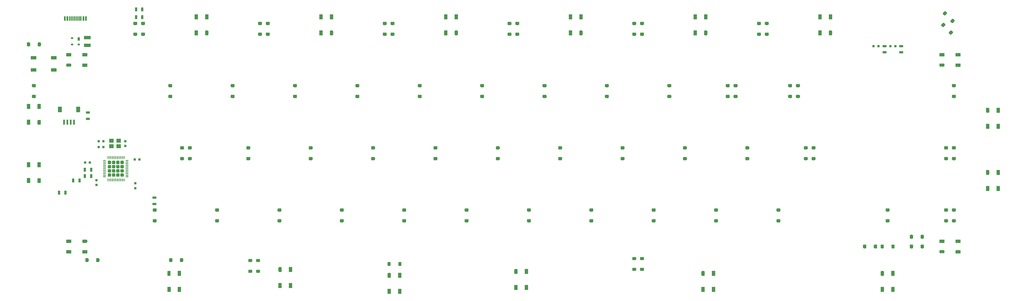
<source format=gbr>
G04 #@! TF.GenerationSoftware,KiCad,Pcbnew,(5.1.10)-1*
G04 #@! TF.CreationDate,2021-10-10T16:41:07+07:00*
G04 #@! TF.ProjectId,averange65,61766572-616e-4676-9536-352e6b696361,rev?*
G04 #@! TF.SameCoordinates,Original*
G04 #@! TF.FileFunction,Paste,Bot*
G04 #@! TF.FilePolarity,Positive*
%FSLAX46Y46*%
G04 Gerber Fmt 4.6, Leading zero omitted, Abs format (unit mm)*
G04 Created by KiCad (PCBNEW (5.1.10)-1) date 2021-10-10 16:41:07*
%MOMM*%
%LPD*%
G01*
G04 APERTURE LIST*
%ADD10R,1.400000X1.200000*%
%ADD11R,1.300000X0.700000*%
%ADD12R,0.700000X1.300000*%
%ADD13R,0.800000X0.750000*%
%ADD14R,0.750000X0.800000*%
%ADD15R,1.500000X1.000000*%
%ADD16R,1.000000X1.500000*%
%ADD17R,2.030000X1.140000*%
%ADD18R,1.800000X1.100000*%
%ADD19R,0.700000X1.000000*%
%ADD20R,0.700000X0.600000*%
%ADD21R,1.200000X1.800000*%
%ADD22R,0.600000X1.550000*%
%ADD23R,0.600000X1.450000*%
%ADD24R,0.300000X1.450000*%
G04 APERTURE END LIST*
D10*
X31659380Y-83892130D03*
X29459380Y-83892130D03*
X29459380Y-82192130D03*
X31659380Y-82192130D03*
D11*
X270709108Y-53243309D03*
X270709108Y-55143309D03*
X265648939Y-55143309D03*
X265648939Y-53243309D03*
D12*
X19714250Y-94424500D03*
X17814250Y-94424500D03*
X15396250Y-98107500D03*
X13496250Y-98107500D03*
D11*
X42576750Y-99697500D03*
X42576750Y-101597500D03*
X22320250Y-75496500D03*
X22320250Y-73596500D03*
D12*
X21364597Y-93038023D03*
X23264597Y-93038023D03*
X21364597Y-91103246D03*
X23264597Y-91103246D03*
X36991530Y-44370850D03*
X38891530Y-44370850D03*
X36991530Y-41989590D03*
X38891530Y-41989590D03*
D13*
X268934881Y-53300338D03*
X267434881Y-53300338D03*
X262220026Y-53300338D03*
X263720026Y-53300338D03*
X38056250Y-88011000D03*
X36556250Y-88011000D03*
X21415768Y-88870811D03*
X22915768Y-88870811D03*
X25554880Y-84185130D03*
X27054880Y-84185130D03*
D14*
X36750706Y-95262000D03*
X36750706Y-96762000D03*
D13*
X25554880Y-82407130D03*
X27054880Y-82407130D03*
D14*
X33734380Y-82355630D03*
X33734380Y-83855630D03*
X24923750Y-94297500D03*
X24923750Y-95797500D03*
G36*
G01*
X283892570Y-115968020D02*
X283892570Y-116468020D01*
G75*
G02*
X283642570Y-116718020I-250000J0D01*
G01*
X282642570Y-116718020D01*
G75*
G02*
X282392570Y-116468020I0J250000D01*
G01*
X282392570Y-115968020D01*
G75*
G02*
X282642570Y-115718020I250000J0D01*
G01*
X283642570Y-115718020D01*
G75*
G02*
X283892570Y-115968020I0J-250000D01*
G01*
G37*
D15*
X283142570Y-113018020D03*
X288042570Y-116218020D03*
X288042570Y-113018020D03*
G36*
G01*
X265192350Y-123633470D02*
X264692350Y-123633470D01*
G75*
G02*
X264442350Y-123383470I0J250000D01*
G01*
X264442350Y-122383470D01*
G75*
G02*
X264692350Y-122133470I250000J0D01*
G01*
X265192350Y-122133470D01*
G75*
G02*
X265442350Y-122383470I0J-250000D01*
G01*
X265442350Y-123383470D01*
G75*
G02*
X265192350Y-123633470I-250000J0D01*
G01*
G37*
D16*
X268142350Y-122883470D03*
X264942350Y-127783470D03*
X268142350Y-127783470D03*
G36*
G01*
X210423510Y-123633690D02*
X209923510Y-123633690D01*
G75*
G02*
X209673510Y-123383690I0J250000D01*
G01*
X209673510Y-122383690D01*
G75*
G02*
X209923510Y-122133690I250000J0D01*
G01*
X210423510Y-122133690D01*
G75*
G02*
X210673510Y-122383690I0J-250000D01*
G01*
X210673510Y-123383690D01*
G75*
G02*
X210423510Y-123633690I-250000J0D01*
G01*
G37*
X213373510Y-122883690D03*
X210173510Y-127783690D03*
X213373510Y-127783690D03*
G36*
G01*
X153272626Y-123037881D02*
X152772626Y-123037881D01*
G75*
G02*
X152522626Y-122787881I0J250000D01*
G01*
X152522626Y-121787881D01*
G75*
G02*
X152772626Y-121537881I250000J0D01*
G01*
X153272626Y-121537881D01*
G75*
G02*
X153522626Y-121787881I0J-250000D01*
G01*
X153522626Y-122787881D01*
G75*
G02*
X153272626Y-123037881I-250000J0D01*
G01*
G37*
X156222626Y-122287881D03*
X153022626Y-127187881D03*
X156222626Y-127187881D03*
G36*
G01*
X114577281Y-124228507D02*
X114077281Y-124228507D01*
G75*
G02*
X113827281Y-123978507I0J250000D01*
G01*
X113827281Y-122978507D01*
G75*
G02*
X114077281Y-122728507I250000J0D01*
G01*
X114577281Y-122728507D01*
G75*
G02*
X114827281Y-122978507I0J-250000D01*
G01*
X114827281Y-123978507D01*
G75*
G02*
X114577281Y-124228507I-250000J0D01*
G01*
G37*
X117527281Y-123478507D03*
X114327281Y-128378507D03*
X117527281Y-128378507D03*
G36*
G01*
X81239753Y-122442568D02*
X80739753Y-122442568D01*
G75*
G02*
X80489753Y-122192568I0J250000D01*
G01*
X80489753Y-121192568D01*
G75*
G02*
X80739753Y-120942568I250000J0D01*
G01*
X81239753Y-120942568D01*
G75*
G02*
X81489753Y-121192568I0J-250000D01*
G01*
X81489753Y-122192568D01*
G75*
G02*
X81239753Y-122442568I-250000J0D01*
G01*
G37*
X84189753Y-121692568D03*
X80989753Y-126592568D03*
X84189753Y-126592568D03*
G36*
G01*
X47307200Y-123633690D02*
X46807200Y-123633690D01*
G75*
G02*
X46557200Y-123383690I0J250000D01*
G01*
X46557200Y-122383690D01*
G75*
G02*
X46807200Y-122133690I250000J0D01*
G01*
X47307200Y-122133690D01*
G75*
G02*
X47557200Y-122383690I0J-250000D01*
G01*
X47557200Y-123383690D01*
G75*
G02*
X47307200Y-123633690I-250000J0D01*
G01*
G37*
X50257200Y-122883690D03*
X47057200Y-127783690D03*
X50257200Y-127783690D03*
G36*
G01*
X20591450Y-113268020D02*
X20591450Y-112768020D01*
G75*
G02*
X20841450Y-112518020I250000J0D01*
G01*
X21841450Y-112518020D01*
G75*
G02*
X22091450Y-112768020I0J-250000D01*
G01*
X22091450Y-113268020D01*
G75*
G02*
X21841450Y-113518020I-250000J0D01*
G01*
X20841450Y-113518020D01*
G75*
G02*
X20591450Y-113268020I0J250000D01*
G01*
G37*
D15*
X21341450Y-116218020D03*
X16441450Y-113018020D03*
X16441450Y-116218020D03*
G36*
G01*
X7144520Y-93696050D02*
X7644520Y-93696050D01*
G75*
G02*
X7894520Y-93946050I0J-250000D01*
G01*
X7894520Y-94946050D01*
G75*
G02*
X7644520Y-95196050I-250000J0D01*
G01*
X7144520Y-95196050D01*
G75*
G02*
X6894520Y-94946050I0J250000D01*
G01*
X6894520Y-93946050D01*
G75*
G02*
X7144520Y-93696050I250000J0D01*
G01*
G37*
D16*
X4194520Y-94446050D03*
X7394520Y-89546050D03*
X4194520Y-89546050D03*
G36*
G01*
X7144520Y-75836600D02*
X7644520Y-75836600D01*
G75*
G02*
X7894520Y-76086600I0J-250000D01*
G01*
X7894520Y-77086600D01*
G75*
G02*
X7644520Y-77336600I-250000J0D01*
G01*
X7144520Y-77336600D01*
G75*
G02*
X6894520Y-77086600I0J250000D01*
G01*
X6894520Y-76086600D01*
G75*
G02*
X7144520Y-75836600I250000J0D01*
G01*
G37*
X4194520Y-76586600D03*
X7394520Y-71686600D03*
X4194520Y-71686600D03*
G36*
G01*
X297339500Y-92677310D02*
X296839500Y-92677310D01*
G75*
G02*
X296589500Y-92427310I0J250000D01*
G01*
X296589500Y-91427310D01*
G75*
G02*
X296839500Y-91177310I250000J0D01*
G01*
X297339500Y-91177310D01*
G75*
G02*
X297589500Y-91427310I0J-250000D01*
G01*
X297589500Y-92427310D01*
G75*
G02*
X297339500Y-92677310I-250000J0D01*
G01*
G37*
X300289500Y-91927310D03*
X297089500Y-96827310D03*
X300289500Y-96827310D03*
G36*
G01*
X297339500Y-73627230D02*
X296839500Y-73627230D01*
G75*
G02*
X296589500Y-73377230I0J250000D01*
G01*
X296589500Y-72377230D01*
G75*
G02*
X296839500Y-72127230I250000J0D01*
G01*
X297339500Y-72127230D01*
G75*
G02*
X297589500Y-72377230I0J-250000D01*
G01*
X297589500Y-73377230D01*
G75*
G02*
X297339500Y-73627230I-250000J0D01*
G01*
G37*
X300289500Y-72877230D03*
X297089500Y-77777230D03*
X300289500Y-77777230D03*
G36*
G01*
X283892570Y-58817780D02*
X283892570Y-59317780D01*
G75*
G02*
X283642570Y-59567780I-250000J0D01*
G01*
X282642570Y-59567780D01*
G75*
G02*
X282392570Y-59317780I0J250000D01*
G01*
X282392570Y-58817780D01*
G75*
G02*
X282642570Y-58567780I250000J0D01*
G01*
X283642570Y-58567780D01*
G75*
G02*
X283892570Y-58817780I0J-250000D01*
G01*
G37*
D15*
X283142570Y-55867780D03*
X288042570Y-59067780D03*
X288042570Y-55867780D03*
G36*
G01*
X248842410Y-48452110D02*
X249342410Y-48452110D01*
G75*
G02*
X249592410Y-48702110I0J-250000D01*
G01*
X249592410Y-49702110D01*
G75*
G02*
X249342410Y-49952110I-250000J0D01*
G01*
X248842410Y-49952110D01*
G75*
G02*
X248592410Y-49702110I0J250000D01*
G01*
X248592410Y-48702110D01*
G75*
G02*
X248842410Y-48452110I250000J0D01*
G01*
G37*
D16*
X245892410Y-49202110D03*
X249092410Y-44302110D03*
X245892410Y-44302110D03*
G36*
G01*
X210742250Y-48452110D02*
X211242250Y-48452110D01*
G75*
G02*
X211492250Y-48702110I0J-250000D01*
G01*
X211492250Y-49702110D01*
G75*
G02*
X211242250Y-49952110I-250000J0D01*
G01*
X210742250Y-49952110D01*
G75*
G02*
X210492250Y-49702110I0J250000D01*
G01*
X210492250Y-48702110D01*
G75*
G02*
X210742250Y-48452110I250000J0D01*
G01*
G37*
X207792250Y-49202110D03*
X210992250Y-44302110D03*
X207792250Y-44302110D03*
G36*
G01*
X172642090Y-48452110D02*
X173142090Y-48452110D01*
G75*
G02*
X173392090Y-48702110I0J-250000D01*
G01*
X173392090Y-49702110D01*
G75*
G02*
X173142090Y-49952110I-250000J0D01*
G01*
X172642090Y-49952110D01*
G75*
G02*
X172392090Y-49702110I0J250000D01*
G01*
X172392090Y-48702110D01*
G75*
G02*
X172642090Y-48452110I250000J0D01*
G01*
G37*
X169692090Y-49202110D03*
X172892090Y-44302110D03*
X169692090Y-44302110D03*
G36*
G01*
X134541930Y-48452110D02*
X135041930Y-48452110D01*
G75*
G02*
X135291930Y-48702110I0J-250000D01*
G01*
X135291930Y-49702110D01*
G75*
G02*
X135041930Y-49952110I-250000J0D01*
G01*
X134541930Y-49952110D01*
G75*
G02*
X134291930Y-49702110I0J250000D01*
G01*
X134291930Y-48702110D01*
G75*
G02*
X134541930Y-48452110I250000J0D01*
G01*
G37*
X131591930Y-49202110D03*
X134791930Y-44302110D03*
X131591930Y-44302110D03*
G36*
G01*
X96441770Y-48452110D02*
X96941770Y-48452110D01*
G75*
G02*
X97191770Y-48702110I0J-250000D01*
G01*
X97191770Y-49702110D01*
G75*
G02*
X96941770Y-49952110I-250000J0D01*
G01*
X96441770Y-49952110D01*
G75*
G02*
X96191770Y-49702110I0J250000D01*
G01*
X96191770Y-48702110D01*
G75*
G02*
X96441770Y-48452110I250000J0D01*
G01*
G37*
X93491770Y-49202110D03*
X96691770Y-44302110D03*
X93491770Y-44302110D03*
G36*
G01*
X58341610Y-48452110D02*
X58841610Y-48452110D01*
G75*
G02*
X59091610Y-48702110I0J-250000D01*
G01*
X59091610Y-49702110D01*
G75*
G02*
X58841610Y-49952110I-250000J0D01*
G01*
X58341610Y-49952110D01*
G75*
G02*
X58091610Y-49702110I0J250000D01*
G01*
X58091610Y-48702110D01*
G75*
G02*
X58341610Y-48452110I250000J0D01*
G01*
G37*
X55391610Y-49202110D03*
X58591610Y-44302110D03*
X55391610Y-44302110D03*
G36*
G01*
X17191450Y-58817780D02*
X17191450Y-59317780D01*
G75*
G02*
X16941450Y-59567780I-250000J0D01*
G01*
X15941450Y-59567780D01*
G75*
G02*
X15691450Y-59317780I0J250000D01*
G01*
X15691450Y-58817780D01*
G75*
G02*
X15941450Y-58567780I250000J0D01*
G01*
X16941450Y-58567780D01*
G75*
G02*
X17191450Y-58817780I0J-250000D01*
G01*
G37*
D15*
X16441450Y-55867780D03*
X21341450Y-59067780D03*
X21341450Y-55867780D03*
G36*
G01*
X273322215Y-114968020D02*
X273322215Y-114268020D01*
G75*
G02*
X273572215Y-114018020I250000J0D01*
G01*
X274072215Y-114018020D01*
G75*
G02*
X274322215Y-114268020I0J-250000D01*
G01*
X274322215Y-114968020D01*
G75*
G02*
X274072215Y-115218020I-250000J0D01*
G01*
X273572215Y-115218020D01*
G75*
G02*
X273322215Y-114968020I0J250000D01*
G01*
G37*
G36*
G01*
X276622215Y-114968020D02*
X276622215Y-114268020D01*
G75*
G02*
X276872215Y-114018020I250000J0D01*
G01*
X277372215Y-114018020D01*
G75*
G02*
X277622215Y-114268020I0J-250000D01*
G01*
X277622215Y-114968020D01*
G75*
G02*
X277372215Y-115218020I-250000J0D01*
G01*
X276872215Y-115218020D01*
G75*
G02*
X276622215Y-114968020I0J250000D01*
G01*
G37*
G36*
G01*
X264392490Y-114968020D02*
X264392490Y-114268020D01*
G75*
G02*
X264642490Y-114018020I250000J0D01*
G01*
X265142490Y-114018020D01*
G75*
G02*
X265392490Y-114268020I0J-250000D01*
G01*
X265392490Y-114968020D01*
G75*
G02*
X265142490Y-115218020I-250000J0D01*
G01*
X264642490Y-115218020D01*
G75*
G02*
X264392490Y-114968020I0J250000D01*
G01*
G37*
G36*
G01*
X267692490Y-114968020D02*
X267692490Y-114268020D01*
G75*
G02*
X267942490Y-114018020I250000J0D01*
G01*
X268442490Y-114018020D01*
G75*
G02*
X268692490Y-114268020I0J-250000D01*
G01*
X268692490Y-114968020D01*
G75*
G02*
X268442490Y-115218020I-250000J0D01*
G01*
X267942490Y-115218020D01*
G75*
G02*
X267692490Y-114968020I0J250000D01*
G01*
G37*
G36*
G01*
X263334515Y-114267800D02*
X263334515Y-114967800D01*
G75*
G02*
X263084515Y-115217800I-250000J0D01*
G01*
X262584515Y-115217800D01*
G75*
G02*
X262334515Y-114967800I0J250000D01*
G01*
X262334515Y-114267800D01*
G75*
G02*
X262584515Y-114017800I250000J0D01*
G01*
X263084515Y-114017800D01*
G75*
G02*
X263334515Y-114267800I0J-250000D01*
G01*
G37*
G36*
G01*
X260034515Y-114267800D02*
X260034515Y-114967800D01*
G75*
G02*
X259784515Y-115217800I-250000J0D01*
G01*
X259284515Y-115217800D01*
G75*
G02*
X259034515Y-114967800I0J250000D01*
G01*
X259034515Y-114267800D01*
G75*
G02*
X259284515Y-114017800I250000J0D01*
G01*
X259784515Y-114017800D01*
G75*
G02*
X260034515Y-114267800I0J-250000D01*
G01*
G37*
G36*
G01*
X273322075Y-111991225D02*
X273322075Y-111291225D01*
G75*
G02*
X273572075Y-111041225I250000J0D01*
G01*
X274072075Y-111041225D01*
G75*
G02*
X274322075Y-111291225I0J-250000D01*
G01*
X274322075Y-111991225D01*
G75*
G02*
X274072075Y-112241225I-250000J0D01*
G01*
X273572075Y-112241225D01*
G75*
G02*
X273322075Y-111991225I0J250000D01*
G01*
G37*
G36*
G01*
X276622075Y-111991225D02*
X276622075Y-111291225D01*
G75*
G02*
X276872075Y-111041225I250000J0D01*
G01*
X277372075Y-111041225D01*
G75*
G02*
X277622075Y-111291225I0J-250000D01*
G01*
X277622075Y-111991225D01*
G75*
G02*
X277372075Y-112241225I-250000J0D01*
G01*
X276872075Y-112241225D01*
G75*
G02*
X276622075Y-111991225I0J250000D01*
G01*
G37*
G36*
G01*
X191182032Y-117825377D02*
X191882032Y-117825377D01*
G75*
G02*
X192132032Y-118075377I0J-250000D01*
G01*
X192132032Y-118575377D01*
G75*
G02*
X191882032Y-118825377I-250000J0D01*
G01*
X191182032Y-118825377D01*
G75*
G02*
X190932032Y-118575377I0J250000D01*
G01*
X190932032Y-118075377D01*
G75*
G02*
X191182032Y-117825377I250000J0D01*
G01*
G37*
G36*
G01*
X191182032Y-121125377D02*
X191882032Y-121125377D01*
G75*
G02*
X192132032Y-121375377I0J-250000D01*
G01*
X192132032Y-121875377D01*
G75*
G02*
X191882032Y-122125377I-250000J0D01*
G01*
X191182032Y-122125377D01*
G75*
G02*
X190932032Y-121875377I0J250000D01*
G01*
X190932032Y-121375377D01*
G75*
G02*
X191182032Y-121125377I250000J0D01*
G01*
G37*
G36*
G01*
X188800780Y-117825377D02*
X189500780Y-117825377D01*
G75*
G02*
X189750780Y-118075377I0J-250000D01*
G01*
X189750780Y-118575377D01*
G75*
G02*
X189500780Y-118825377I-250000J0D01*
G01*
X188800780Y-118825377D01*
G75*
G02*
X188550780Y-118575377I0J250000D01*
G01*
X188550780Y-118075377D01*
G75*
G02*
X188800780Y-117825377I250000J0D01*
G01*
G37*
G36*
G01*
X188800780Y-121125377D02*
X189500780Y-121125377D01*
G75*
G02*
X189750780Y-121375377I0J-250000D01*
G01*
X189750780Y-121875377D01*
G75*
G02*
X189500780Y-122125377I-250000J0D01*
G01*
X188800780Y-122125377D01*
G75*
G02*
X188550780Y-121875377I0J250000D01*
G01*
X188550780Y-121375377D01*
G75*
G02*
X188800780Y-121125377I250000J0D01*
G01*
G37*
G36*
G01*
X73905371Y-118420690D02*
X74605371Y-118420690D01*
G75*
G02*
X74855371Y-118670690I0J-250000D01*
G01*
X74855371Y-119170690D01*
G75*
G02*
X74605371Y-119420690I-250000J0D01*
G01*
X73905371Y-119420690D01*
G75*
G02*
X73655371Y-119170690I0J250000D01*
G01*
X73655371Y-118670690D01*
G75*
G02*
X73905371Y-118420690I250000J0D01*
G01*
G37*
G36*
G01*
X73905371Y-121720690D02*
X74605371Y-121720690D01*
G75*
G02*
X74855371Y-121970690I0J-250000D01*
G01*
X74855371Y-122470690D01*
G75*
G02*
X74605371Y-122720690I-250000J0D01*
G01*
X73905371Y-122720690D01*
G75*
G02*
X73655371Y-122470690I0J250000D01*
G01*
X73655371Y-121970690D01*
G75*
G02*
X73905371Y-121720690I250000J0D01*
G01*
G37*
G36*
G01*
X113777281Y-120325377D02*
X113777281Y-119625377D01*
G75*
G02*
X114027281Y-119375377I250000J0D01*
G01*
X114527281Y-119375377D01*
G75*
G02*
X114777281Y-119625377I0J-250000D01*
G01*
X114777281Y-120325377D01*
G75*
G02*
X114527281Y-120575377I-250000J0D01*
G01*
X114027281Y-120575377D01*
G75*
G02*
X113777281Y-120325377I0J250000D01*
G01*
G37*
G36*
G01*
X117077281Y-120325377D02*
X117077281Y-119625377D01*
G75*
G02*
X117327281Y-119375377I250000J0D01*
G01*
X117827281Y-119375377D01*
G75*
G02*
X118077281Y-119625377I0J-250000D01*
G01*
X118077281Y-120325377D01*
G75*
G02*
X117827281Y-120575377I-250000J0D01*
G01*
X117327281Y-120575377D01*
G75*
G02*
X117077281Y-120325377I0J250000D01*
G01*
G37*
G36*
G01*
X71524119Y-118420690D02*
X72224119Y-118420690D01*
G75*
G02*
X72474119Y-118670690I0J-250000D01*
G01*
X72474119Y-119170690D01*
G75*
G02*
X72224119Y-119420690I-250000J0D01*
G01*
X71524119Y-119420690D01*
G75*
G02*
X71274119Y-119170690I0J250000D01*
G01*
X71274119Y-118670690D01*
G75*
G02*
X71524119Y-118420690I250000J0D01*
G01*
G37*
G36*
G01*
X71524119Y-121720690D02*
X72224119Y-121720690D01*
G75*
G02*
X72474119Y-121970690I0J-250000D01*
G01*
X72474119Y-122470690D01*
G75*
G02*
X72224119Y-122720690I-250000J0D01*
G01*
X71524119Y-122720690D01*
G75*
G02*
X71274119Y-122470690I0J250000D01*
G01*
X71274119Y-121970690D01*
G75*
G02*
X71524119Y-121720690I250000J0D01*
G01*
G37*
G36*
G01*
X51402515Y-118435225D02*
X51402515Y-119135225D01*
G75*
G02*
X51152515Y-119385225I-250000J0D01*
G01*
X50652515Y-119385225D01*
G75*
G02*
X50402515Y-119135225I0J250000D01*
G01*
X50402515Y-118435225D01*
G75*
G02*
X50652515Y-118185225I250000J0D01*
G01*
X51152515Y-118185225D01*
G75*
G02*
X51402515Y-118435225I0J-250000D01*
G01*
G37*
G36*
G01*
X48102515Y-118435225D02*
X48102515Y-119135225D01*
G75*
G02*
X47852515Y-119385225I-250000J0D01*
G01*
X47352515Y-119385225D01*
G75*
G02*
X47102515Y-119135225I0J250000D01*
G01*
X47102515Y-118435225D01*
G75*
G02*
X47352515Y-118185225I250000J0D01*
G01*
X47852515Y-118185225D01*
G75*
G02*
X48102515Y-118435225I0J-250000D01*
G01*
G37*
G36*
G01*
X25803970Y-118435225D02*
X25803970Y-119135225D01*
G75*
G02*
X25553970Y-119385225I-250000J0D01*
G01*
X25053970Y-119385225D01*
G75*
G02*
X24803970Y-119135225I0J250000D01*
G01*
X24803970Y-118435225D01*
G75*
G02*
X25053970Y-118185225I250000J0D01*
G01*
X25553970Y-118185225D01*
G75*
G02*
X25803970Y-118435225I0J-250000D01*
G01*
G37*
G36*
G01*
X22503970Y-118435225D02*
X22503970Y-119135225D01*
G75*
G02*
X22253970Y-119385225I-250000J0D01*
G01*
X21753970Y-119385225D01*
G75*
G02*
X21503970Y-119135225I0J250000D01*
G01*
X21503970Y-118435225D01*
G75*
G02*
X21753970Y-118185225I250000J0D01*
G01*
X22253970Y-118185225D01*
G75*
G02*
X22503970Y-118435225I0J-250000D01*
G01*
G37*
G36*
G01*
X287133200Y-107242980D02*
X286433200Y-107242980D01*
G75*
G02*
X286183200Y-106992980I0J250000D01*
G01*
X286183200Y-106492980D01*
G75*
G02*
X286433200Y-106242980I250000J0D01*
G01*
X287133200Y-106242980D01*
G75*
G02*
X287383200Y-106492980I0J-250000D01*
G01*
X287383200Y-106992980D01*
G75*
G02*
X287133200Y-107242980I-250000J0D01*
G01*
G37*
G36*
G01*
X287133200Y-103942980D02*
X286433200Y-103942980D01*
G75*
G02*
X286183200Y-103692980I0J250000D01*
G01*
X286183200Y-103192980D01*
G75*
G02*
X286433200Y-102942980I250000J0D01*
G01*
X287133200Y-102942980D01*
G75*
G02*
X287383200Y-103192980I0J-250000D01*
G01*
X287383200Y-103692980D01*
G75*
G02*
X287133200Y-103942980I-250000J0D01*
G01*
G37*
G36*
G01*
X284751940Y-107242980D02*
X284051940Y-107242980D01*
G75*
G02*
X283801940Y-106992980I0J250000D01*
G01*
X283801940Y-106492980D01*
G75*
G02*
X284051940Y-106242980I250000J0D01*
G01*
X284751940Y-106242980D01*
G75*
G02*
X285001940Y-106492980I0J-250000D01*
G01*
X285001940Y-106992980D01*
G75*
G02*
X284751940Y-107242980I-250000J0D01*
G01*
G37*
G36*
G01*
X284751940Y-103942980D02*
X284051940Y-103942980D01*
G75*
G02*
X283801940Y-103692980I0J250000D01*
G01*
X283801940Y-103192980D01*
G75*
G02*
X284051940Y-102942980I250000J0D01*
G01*
X284751940Y-102942980D01*
G75*
G02*
X285001940Y-103192980I0J-250000D01*
G01*
X285001940Y-103692980D01*
G75*
G02*
X284751940Y-103942980I-250000J0D01*
G01*
G37*
G36*
G01*
X266892490Y-107242980D02*
X266192490Y-107242980D01*
G75*
G02*
X265942490Y-106992980I0J250000D01*
G01*
X265942490Y-106492980D01*
G75*
G02*
X266192490Y-106242980I250000J0D01*
G01*
X266892490Y-106242980D01*
G75*
G02*
X267142490Y-106492980I0J-250000D01*
G01*
X267142490Y-106992980D01*
G75*
G02*
X266892490Y-107242980I-250000J0D01*
G01*
G37*
G36*
G01*
X266892490Y-103942980D02*
X266192490Y-103942980D01*
G75*
G02*
X265942490Y-103692980I0J250000D01*
G01*
X265942490Y-103192980D01*
G75*
G02*
X266192490Y-102942980I250000J0D01*
G01*
X266892490Y-102942980D01*
G75*
G02*
X267142490Y-103192980I0J-250000D01*
G01*
X267142490Y-103692980D01*
G75*
G02*
X266892490Y-103942980I-250000J0D01*
G01*
G37*
G36*
G01*
X233554850Y-107242980D02*
X232854850Y-107242980D01*
G75*
G02*
X232604850Y-106992980I0J250000D01*
G01*
X232604850Y-106492980D01*
G75*
G02*
X232854850Y-106242980I250000J0D01*
G01*
X233554850Y-106242980D01*
G75*
G02*
X233804850Y-106492980I0J-250000D01*
G01*
X233804850Y-106992980D01*
G75*
G02*
X233554850Y-107242980I-250000J0D01*
G01*
G37*
G36*
G01*
X233554850Y-103942980D02*
X232854850Y-103942980D01*
G75*
G02*
X232604850Y-103692980I0J250000D01*
G01*
X232604850Y-103192980D01*
G75*
G02*
X232854850Y-102942980I250000J0D01*
G01*
X233554850Y-102942980D01*
G75*
G02*
X233804850Y-103192980I0J-250000D01*
G01*
X233804850Y-103692980D01*
G75*
G02*
X233554850Y-103942980I-250000J0D01*
G01*
G37*
G36*
G01*
X214504770Y-107242980D02*
X213804770Y-107242980D01*
G75*
G02*
X213554770Y-106992980I0J250000D01*
G01*
X213554770Y-106492980D01*
G75*
G02*
X213804770Y-106242980I250000J0D01*
G01*
X214504770Y-106242980D01*
G75*
G02*
X214754770Y-106492980I0J-250000D01*
G01*
X214754770Y-106992980D01*
G75*
G02*
X214504770Y-107242980I-250000J0D01*
G01*
G37*
G36*
G01*
X214504770Y-103942980D02*
X213804770Y-103942980D01*
G75*
G02*
X213554770Y-103692980I0J250000D01*
G01*
X213554770Y-103192980D01*
G75*
G02*
X213804770Y-102942980I250000J0D01*
G01*
X214504770Y-102942980D01*
G75*
G02*
X214754770Y-103192980I0J-250000D01*
G01*
X214754770Y-103692980D01*
G75*
G02*
X214504770Y-103942980I-250000J0D01*
G01*
G37*
G36*
G01*
X195454690Y-107242980D02*
X194754690Y-107242980D01*
G75*
G02*
X194504690Y-106992980I0J250000D01*
G01*
X194504690Y-106492980D01*
G75*
G02*
X194754690Y-106242980I250000J0D01*
G01*
X195454690Y-106242980D01*
G75*
G02*
X195704690Y-106492980I0J-250000D01*
G01*
X195704690Y-106992980D01*
G75*
G02*
X195454690Y-107242980I-250000J0D01*
G01*
G37*
G36*
G01*
X195454690Y-103942980D02*
X194754690Y-103942980D01*
G75*
G02*
X194504690Y-103692980I0J250000D01*
G01*
X194504690Y-103192980D01*
G75*
G02*
X194754690Y-102942980I250000J0D01*
G01*
X195454690Y-102942980D01*
G75*
G02*
X195704690Y-103192980I0J-250000D01*
G01*
X195704690Y-103692980D01*
G75*
G02*
X195454690Y-103942980I-250000J0D01*
G01*
G37*
G36*
G01*
X176404610Y-107242980D02*
X175704610Y-107242980D01*
G75*
G02*
X175454610Y-106992980I0J250000D01*
G01*
X175454610Y-106492980D01*
G75*
G02*
X175704610Y-106242980I250000J0D01*
G01*
X176404610Y-106242980D01*
G75*
G02*
X176654610Y-106492980I0J-250000D01*
G01*
X176654610Y-106992980D01*
G75*
G02*
X176404610Y-107242980I-250000J0D01*
G01*
G37*
G36*
G01*
X176404610Y-103942980D02*
X175704610Y-103942980D01*
G75*
G02*
X175454610Y-103692980I0J250000D01*
G01*
X175454610Y-103192980D01*
G75*
G02*
X175704610Y-102942980I250000J0D01*
G01*
X176404610Y-102942980D01*
G75*
G02*
X176654610Y-103192980I0J-250000D01*
G01*
X176654610Y-103692980D01*
G75*
G02*
X176404610Y-103942980I-250000J0D01*
G01*
G37*
G36*
G01*
X157354530Y-107242980D02*
X156654530Y-107242980D01*
G75*
G02*
X156404530Y-106992980I0J250000D01*
G01*
X156404530Y-106492980D01*
G75*
G02*
X156654530Y-106242980I250000J0D01*
G01*
X157354530Y-106242980D01*
G75*
G02*
X157604530Y-106492980I0J-250000D01*
G01*
X157604530Y-106992980D01*
G75*
G02*
X157354530Y-107242980I-250000J0D01*
G01*
G37*
G36*
G01*
X157354530Y-103942980D02*
X156654530Y-103942980D01*
G75*
G02*
X156404530Y-103692980I0J250000D01*
G01*
X156404530Y-103192980D01*
G75*
G02*
X156654530Y-102942980I250000J0D01*
G01*
X157354530Y-102942980D01*
G75*
G02*
X157604530Y-103192980I0J-250000D01*
G01*
X157604530Y-103692980D01*
G75*
G02*
X157354530Y-103942980I-250000J0D01*
G01*
G37*
G36*
G01*
X138304450Y-107242980D02*
X137604450Y-107242980D01*
G75*
G02*
X137354450Y-106992980I0J250000D01*
G01*
X137354450Y-106492980D01*
G75*
G02*
X137604450Y-106242980I250000J0D01*
G01*
X138304450Y-106242980D01*
G75*
G02*
X138554450Y-106492980I0J-250000D01*
G01*
X138554450Y-106992980D01*
G75*
G02*
X138304450Y-107242980I-250000J0D01*
G01*
G37*
G36*
G01*
X138304450Y-103942980D02*
X137604450Y-103942980D01*
G75*
G02*
X137354450Y-103692980I0J250000D01*
G01*
X137354450Y-103192980D01*
G75*
G02*
X137604450Y-102942980I250000J0D01*
G01*
X138304450Y-102942980D01*
G75*
G02*
X138554450Y-103192980I0J-250000D01*
G01*
X138554450Y-103692980D01*
G75*
G02*
X138304450Y-103942980I-250000J0D01*
G01*
G37*
G36*
G01*
X119254370Y-107242980D02*
X118554370Y-107242980D01*
G75*
G02*
X118304370Y-106992980I0J250000D01*
G01*
X118304370Y-106492980D01*
G75*
G02*
X118554370Y-106242980I250000J0D01*
G01*
X119254370Y-106242980D01*
G75*
G02*
X119504370Y-106492980I0J-250000D01*
G01*
X119504370Y-106992980D01*
G75*
G02*
X119254370Y-107242980I-250000J0D01*
G01*
G37*
G36*
G01*
X119254370Y-103942980D02*
X118554370Y-103942980D01*
G75*
G02*
X118304370Y-103692980I0J250000D01*
G01*
X118304370Y-103192980D01*
G75*
G02*
X118554370Y-102942980I250000J0D01*
G01*
X119254370Y-102942980D01*
G75*
G02*
X119504370Y-103192980I0J-250000D01*
G01*
X119504370Y-103692980D01*
G75*
G02*
X119254370Y-103942980I-250000J0D01*
G01*
G37*
G36*
G01*
X100204290Y-107242980D02*
X99504290Y-107242980D01*
G75*
G02*
X99254290Y-106992980I0J250000D01*
G01*
X99254290Y-106492980D01*
G75*
G02*
X99504290Y-106242980I250000J0D01*
G01*
X100204290Y-106242980D01*
G75*
G02*
X100454290Y-106492980I0J-250000D01*
G01*
X100454290Y-106992980D01*
G75*
G02*
X100204290Y-107242980I-250000J0D01*
G01*
G37*
G36*
G01*
X100204290Y-103942980D02*
X99504290Y-103942980D01*
G75*
G02*
X99254290Y-103692980I0J250000D01*
G01*
X99254290Y-103192980D01*
G75*
G02*
X99504290Y-102942980I250000J0D01*
G01*
X100204290Y-102942980D01*
G75*
G02*
X100454290Y-103192980I0J-250000D01*
G01*
X100454290Y-103692980D01*
G75*
G02*
X100204290Y-103942980I-250000J0D01*
G01*
G37*
G36*
G01*
X81154210Y-107242980D02*
X80454210Y-107242980D01*
G75*
G02*
X80204210Y-106992980I0J250000D01*
G01*
X80204210Y-106492980D01*
G75*
G02*
X80454210Y-106242980I250000J0D01*
G01*
X81154210Y-106242980D01*
G75*
G02*
X81404210Y-106492980I0J-250000D01*
G01*
X81404210Y-106992980D01*
G75*
G02*
X81154210Y-107242980I-250000J0D01*
G01*
G37*
G36*
G01*
X81154210Y-103942980D02*
X80454210Y-103942980D01*
G75*
G02*
X80204210Y-103692980I0J250000D01*
G01*
X80204210Y-103192980D01*
G75*
G02*
X80454210Y-102942980I250000J0D01*
G01*
X81154210Y-102942980D01*
G75*
G02*
X81404210Y-103192980I0J-250000D01*
G01*
X81404210Y-103692980D01*
G75*
G02*
X81154210Y-103942980I-250000J0D01*
G01*
G37*
G36*
G01*
X62104130Y-107242980D02*
X61404130Y-107242980D01*
G75*
G02*
X61154130Y-106992980I0J250000D01*
G01*
X61154130Y-106492980D01*
G75*
G02*
X61404130Y-106242980I250000J0D01*
G01*
X62104130Y-106242980D01*
G75*
G02*
X62354130Y-106492980I0J-250000D01*
G01*
X62354130Y-106992980D01*
G75*
G02*
X62104130Y-107242980I-250000J0D01*
G01*
G37*
G36*
G01*
X62104130Y-103942980D02*
X61404130Y-103942980D01*
G75*
G02*
X61154130Y-103692980I0J250000D01*
G01*
X61154130Y-103192980D01*
G75*
G02*
X61404130Y-102942980I250000J0D01*
G01*
X62104130Y-102942980D01*
G75*
G02*
X62354130Y-103192980I0J-250000D01*
G01*
X62354130Y-103692980D01*
G75*
G02*
X62104130Y-103942980I-250000J0D01*
G01*
G37*
G36*
G01*
X287133200Y-88192900D02*
X286433200Y-88192900D01*
G75*
G02*
X286183200Y-87942900I0J250000D01*
G01*
X286183200Y-87442900D01*
G75*
G02*
X286433200Y-87192900I250000J0D01*
G01*
X287133200Y-87192900D01*
G75*
G02*
X287383200Y-87442900I0J-250000D01*
G01*
X287383200Y-87942900D01*
G75*
G02*
X287133200Y-88192900I-250000J0D01*
G01*
G37*
G36*
G01*
X287133200Y-84892900D02*
X286433200Y-84892900D01*
G75*
G02*
X286183200Y-84642900I0J250000D01*
G01*
X286183200Y-84142900D01*
G75*
G02*
X286433200Y-83892900I250000J0D01*
G01*
X287133200Y-83892900D01*
G75*
G02*
X287383200Y-84142900I0J-250000D01*
G01*
X287383200Y-84642900D01*
G75*
G02*
X287133200Y-84892900I-250000J0D01*
G01*
G37*
G36*
G01*
X43054050Y-107242980D02*
X42354050Y-107242980D01*
G75*
G02*
X42104050Y-106992980I0J250000D01*
G01*
X42104050Y-106492980D01*
G75*
G02*
X42354050Y-106242980I250000J0D01*
G01*
X43054050Y-106242980D01*
G75*
G02*
X43304050Y-106492980I0J-250000D01*
G01*
X43304050Y-106992980D01*
G75*
G02*
X43054050Y-107242980I-250000J0D01*
G01*
G37*
G36*
G01*
X43054050Y-103942980D02*
X42354050Y-103942980D01*
G75*
G02*
X42104050Y-103692980I0J250000D01*
G01*
X42104050Y-103192980D01*
G75*
G02*
X42354050Y-102942980I250000J0D01*
G01*
X43054050Y-102942980D01*
G75*
G02*
X43304050Y-103192980I0J-250000D01*
G01*
X43304050Y-103692980D01*
G75*
G02*
X43054050Y-103942980I-250000J0D01*
G01*
G37*
G36*
G01*
X284751940Y-88192900D02*
X284051940Y-88192900D01*
G75*
G02*
X283801940Y-87942900I0J250000D01*
G01*
X283801940Y-87442900D01*
G75*
G02*
X284051940Y-87192900I250000J0D01*
G01*
X284751940Y-87192900D01*
G75*
G02*
X285001940Y-87442900I0J-250000D01*
G01*
X285001940Y-87942900D01*
G75*
G02*
X284751940Y-88192900I-250000J0D01*
G01*
G37*
G36*
G01*
X284751940Y-84892900D02*
X284051940Y-84892900D01*
G75*
G02*
X283801940Y-84642900I0J250000D01*
G01*
X283801940Y-84142900D01*
G75*
G02*
X284051940Y-83892900I250000J0D01*
G01*
X284751940Y-83892900D01*
G75*
G02*
X285001940Y-84142900I0J-250000D01*
G01*
X285001940Y-84642900D01*
G75*
G02*
X284751940Y-84892900I-250000J0D01*
G01*
G37*
G36*
G01*
X241889260Y-88192900D02*
X241189260Y-88192900D01*
G75*
G02*
X240939260Y-87942900I0J250000D01*
G01*
X240939260Y-87442900D01*
G75*
G02*
X241189260Y-87192900I250000J0D01*
G01*
X241889260Y-87192900D01*
G75*
G02*
X242139260Y-87442900I0J-250000D01*
G01*
X242139260Y-87942900D01*
G75*
G02*
X241889260Y-88192900I-250000J0D01*
G01*
G37*
G36*
G01*
X241889260Y-84892900D02*
X241189260Y-84892900D01*
G75*
G02*
X240939260Y-84642900I0J250000D01*
G01*
X240939260Y-84142900D01*
G75*
G02*
X241189260Y-83892900I250000J0D01*
G01*
X241889260Y-83892900D01*
G75*
G02*
X242139260Y-84142900I0J-250000D01*
G01*
X242139260Y-84642900D01*
G75*
G02*
X241889260Y-84892900I-250000J0D01*
G01*
G37*
G36*
G01*
X224029810Y-88192900D02*
X223329810Y-88192900D01*
G75*
G02*
X223079810Y-87942900I0J250000D01*
G01*
X223079810Y-87442900D01*
G75*
G02*
X223329810Y-87192900I250000J0D01*
G01*
X224029810Y-87192900D01*
G75*
G02*
X224279810Y-87442900I0J-250000D01*
G01*
X224279810Y-87942900D01*
G75*
G02*
X224029810Y-88192900I-250000J0D01*
G01*
G37*
G36*
G01*
X224029810Y-84892900D02*
X223329810Y-84892900D01*
G75*
G02*
X223079810Y-84642900I0J250000D01*
G01*
X223079810Y-84142900D01*
G75*
G02*
X223329810Y-83892900I250000J0D01*
G01*
X224029810Y-83892900D01*
G75*
G02*
X224279810Y-84142900I0J-250000D01*
G01*
X224279810Y-84642900D01*
G75*
G02*
X224029810Y-84892900I-250000J0D01*
G01*
G37*
G36*
G01*
X204979730Y-88192900D02*
X204279730Y-88192900D01*
G75*
G02*
X204029730Y-87942900I0J250000D01*
G01*
X204029730Y-87442900D01*
G75*
G02*
X204279730Y-87192900I250000J0D01*
G01*
X204979730Y-87192900D01*
G75*
G02*
X205229730Y-87442900I0J-250000D01*
G01*
X205229730Y-87942900D01*
G75*
G02*
X204979730Y-88192900I-250000J0D01*
G01*
G37*
G36*
G01*
X204979730Y-84892900D02*
X204279730Y-84892900D01*
G75*
G02*
X204029730Y-84642900I0J250000D01*
G01*
X204029730Y-84142900D01*
G75*
G02*
X204279730Y-83892900I250000J0D01*
G01*
X204979730Y-83892900D01*
G75*
G02*
X205229730Y-84142900I0J-250000D01*
G01*
X205229730Y-84642900D01*
G75*
G02*
X204979730Y-84892900I-250000J0D01*
G01*
G37*
G36*
G01*
X185929650Y-88192900D02*
X185229650Y-88192900D01*
G75*
G02*
X184979650Y-87942900I0J250000D01*
G01*
X184979650Y-87442900D01*
G75*
G02*
X185229650Y-87192900I250000J0D01*
G01*
X185929650Y-87192900D01*
G75*
G02*
X186179650Y-87442900I0J-250000D01*
G01*
X186179650Y-87942900D01*
G75*
G02*
X185929650Y-88192900I-250000J0D01*
G01*
G37*
G36*
G01*
X185929650Y-84892900D02*
X185229650Y-84892900D01*
G75*
G02*
X184979650Y-84642900I0J250000D01*
G01*
X184979650Y-84142900D01*
G75*
G02*
X185229650Y-83892900I250000J0D01*
G01*
X185929650Y-83892900D01*
G75*
G02*
X186179650Y-84142900I0J-250000D01*
G01*
X186179650Y-84642900D01*
G75*
G02*
X185929650Y-84892900I-250000J0D01*
G01*
G37*
G36*
G01*
X166879570Y-88192900D02*
X166179570Y-88192900D01*
G75*
G02*
X165929570Y-87942900I0J250000D01*
G01*
X165929570Y-87442900D01*
G75*
G02*
X166179570Y-87192900I250000J0D01*
G01*
X166879570Y-87192900D01*
G75*
G02*
X167129570Y-87442900I0J-250000D01*
G01*
X167129570Y-87942900D01*
G75*
G02*
X166879570Y-88192900I-250000J0D01*
G01*
G37*
G36*
G01*
X166879570Y-84892900D02*
X166179570Y-84892900D01*
G75*
G02*
X165929570Y-84642900I0J250000D01*
G01*
X165929570Y-84142900D01*
G75*
G02*
X166179570Y-83892900I250000J0D01*
G01*
X166879570Y-83892900D01*
G75*
G02*
X167129570Y-84142900I0J-250000D01*
G01*
X167129570Y-84642900D01*
G75*
G02*
X166879570Y-84892900I-250000J0D01*
G01*
G37*
G36*
G01*
X147829490Y-88192900D02*
X147129490Y-88192900D01*
G75*
G02*
X146879490Y-87942900I0J250000D01*
G01*
X146879490Y-87442900D01*
G75*
G02*
X147129490Y-87192900I250000J0D01*
G01*
X147829490Y-87192900D01*
G75*
G02*
X148079490Y-87442900I0J-250000D01*
G01*
X148079490Y-87942900D01*
G75*
G02*
X147829490Y-88192900I-250000J0D01*
G01*
G37*
G36*
G01*
X147829490Y-84892900D02*
X147129490Y-84892900D01*
G75*
G02*
X146879490Y-84642900I0J250000D01*
G01*
X146879490Y-84142900D01*
G75*
G02*
X147129490Y-83892900I250000J0D01*
G01*
X147829490Y-83892900D01*
G75*
G02*
X148079490Y-84142900I0J-250000D01*
G01*
X148079490Y-84642900D01*
G75*
G02*
X147829490Y-84892900I-250000J0D01*
G01*
G37*
G36*
G01*
X128778750Y-88192500D02*
X128078750Y-88192500D01*
G75*
G02*
X127828750Y-87942500I0J250000D01*
G01*
X127828750Y-87442500D01*
G75*
G02*
X128078750Y-87192500I250000J0D01*
G01*
X128778750Y-87192500D01*
G75*
G02*
X129028750Y-87442500I0J-250000D01*
G01*
X129028750Y-87942500D01*
G75*
G02*
X128778750Y-88192500I-250000J0D01*
G01*
G37*
G36*
G01*
X128778750Y-84892500D02*
X128078750Y-84892500D01*
G75*
G02*
X127828750Y-84642500I0J250000D01*
G01*
X127828750Y-84142500D01*
G75*
G02*
X128078750Y-83892500I250000J0D01*
G01*
X128778750Y-83892500D01*
G75*
G02*
X129028750Y-84142500I0J-250000D01*
G01*
X129028750Y-84642500D01*
G75*
G02*
X128778750Y-84892500I-250000J0D01*
G01*
G37*
G36*
G01*
X109728750Y-88192500D02*
X109028750Y-88192500D01*
G75*
G02*
X108778750Y-87942500I0J250000D01*
G01*
X108778750Y-87442500D01*
G75*
G02*
X109028750Y-87192500I250000J0D01*
G01*
X109728750Y-87192500D01*
G75*
G02*
X109978750Y-87442500I0J-250000D01*
G01*
X109978750Y-87942500D01*
G75*
G02*
X109728750Y-88192500I-250000J0D01*
G01*
G37*
G36*
G01*
X109728750Y-84892500D02*
X109028750Y-84892500D01*
G75*
G02*
X108778750Y-84642500I0J250000D01*
G01*
X108778750Y-84142500D01*
G75*
G02*
X109028750Y-83892500I250000J0D01*
G01*
X109728750Y-83892500D01*
G75*
G02*
X109978750Y-84142500I0J-250000D01*
G01*
X109978750Y-84642500D01*
G75*
G02*
X109728750Y-84892500I-250000J0D01*
G01*
G37*
G36*
G01*
X90679250Y-88192900D02*
X89979250Y-88192900D01*
G75*
G02*
X89729250Y-87942900I0J250000D01*
G01*
X89729250Y-87442900D01*
G75*
G02*
X89979250Y-87192900I250000J0D01*
G01*
X90679250Y-87192900D01*
G75*
G02*
X90929250Y-87442900I0J-250000D01*
G01*
X90929250Y-87942900D01*
G75*
G02*
X90679250Y-88192900I-250000J0D01*
G01*
G37*
G36*
G01*
X90679250Y-84892900D02*
X89979250Y-84892900D01*
G75*
G02*
X89729250Y-84642900I0J250000D01*
G01*
X89729250Y-84142900D01*
G75*
G02*
X89979250Y-83892900I250000J0D01*
G01*
X90679250Y-83892900D01*
G75*
G02*
X90929250Y-84142900I0J-250000D01*
G01*
X90929250Y-84642900D01*
G75*
G02*
X90679250Y-84892900I-250000J0D01*
G01*
G37*
G36*
G01*
X71629170Y-88192900D02*
X70929170Y-88192900D01*
G75*
G02*
X70679170Y-87942900I0J250000D01*
G01*
X70679170Y-87442900D01*
G75*
G02*
X70929170Y-87192900I250000J0D01*
G01*
X71629170Y-87192900D01*
G75*
G02*
X71879170Y-87442900I0J-250000D01*
G01*
X71879170Y-87942900D01*
G75*
G02*
X71629170Y-88192900I-250000J0D01*
G01*
G37*
G36*
G01*
X71629170Y-84892900D02*
X70929170Y-84892900D01*
G75*
G02*
X70679170Y-84642900I0J250000D01*
G01*
X70679170Y-84142900D01*
G75*
G02*
X70929170Y-83892900I250000J0D01*
G01*
X71629170Y-83892900D01*
G75*
G02*
X71879170Y-84142900I0J-250000D01*
G01*
X71879170Y-84642900D01*
G75*
G02*
X71629170Y-84892900I-250000J0D01*
G01*
G37*
G36*
G01*
X51388125Y-88192500D02*
X50688125Y-88192500D01*
G75*
G02*
X50438125Y-87942500I0J250000D01*
G01*
X50438125Y-87442500D01*
G75*
G02*
X50688125Y-87192500I250000J0D01*
G01*
X51388125Y-87192500D01*
G75*
G02*
X51638125Y-87442500I0J-250000D01*
G01*
X51638125Y-87942500D01*
G75*
G02*
X51388125Y-88192500I-250000J0D01*
G01*
G37*
G36*
G01*
X51388125Y-84892500D02*
X50688125Y-84892500D01*
G75*
G02*
X50438125Y-84642500I0J250000D01*
G01*
X50438125Y-84142500D01*
G75*
G02*
X50688125Y-83892500I250000J0D01*
G01*
X51388125Y-83892500D01*
G75*
G02*
X51638125Y-84142500I0J-250000D01*
G01*
X51638125Y-84642500D01*
G75*
G02*
X51388125Y-84892500I-250000J0D01*
G01*
G37*
G36*
G01*
X287133200Y-69142820D02*
X286433200Y-69142820D01*
G75*
G02*
X286183200Y-68892820I0J250000D01*
G01*
X286183200Y-68392820D01*
G75*
G02*
X286433200Y-68142820I250000J0D01*
G01*
X287133200Y-68142820D01*
G75*
G02*
X287383200Y-68392820I0J-250000D01*
G01*
X287383200Y-68892820D01*
G75*
G02*
X287133200Y-69142820I-250000J0D01*
G01*
G37*
G36*
G01*
X287133200Y-65842820D02*
X286433200Y-65842820D01*
G75*
G02*
X286183200Y-65592820I0J250000D01*
G01*
X286183200Y-65092820D01*
G75*
G02*
X286433200Y-64842820I250000J0D01*
G01*
X287133200Y-64842820D01*
G75*
G02*
X287383200Y-65092820I0J-250000D01*
G01*
X287383200Y-65592820D01*
G75*
G02*
X287133200Y-65842820I-250000J0D01*
G01*
G37*
G36*
G01*
X244270520Y-88192900D02*
X243570520Y-88192900D01*
G75*
G02*
X243320520Y-87942900I0J250000D01*
G01*
X243320520Y-87442900D01*
G75*
G02*
X243570520Y-87192900I250000J0D01*
G01*
X244270520Y-87192900D01*
G75*
G02*
X244520520Y-87442900I0J-250000D01*
G01*
X244520520Y-87942900D01*
G75*
G02*
X244270520Y-88192900I-250000J0D01*
G01*
G37*
G36*
G01*
X244270520Y-84892900D02*
X243570520Y-84892900D01*
G75*
G02*
X243320520Y-84642900I0J250000D01*
G01*
X243320520Y-84142900D01*
G75*
G02*
X243570520Y-83892900I250000J0D01*
G01*
X244270520Y-83892900D01*
G75*
G02*
X244520520Y-84142900I0J-250000D01*
G01*
X244520520Y-84642900D01*
G75*
G02*
X244270520Y-84892900I-250000J0D01*
G01*
G37*
G36*
G01*
X53769375Y-88192500D02*
X53069375Y-88192500D01*
G75*
G02*
X52819375Y-87942500I0J250000D01*
G01*
X52819375Y-87442500D01*
G75*
G02*
X53069375Y-87192500I250000J0D01*
G01*
X53769375Y-87192500D01*
G75*
G02*
X54019375Y-87442500I0J-250000D01*
G01*
X54019375Y-87942500D01*
G75*
G02*
X53769375Y-88192500I-250000J0D01*
G01*
G37*
G36*
G01*
X53769375Y-84892500D02*
X53069375Y-84892500D01*
G75*
G02*
X52819375Y-84642500I0J250000D01*
G01*
X52819375Y-84142500D01*
G75*
G02*
X53069375Y-83892500I250000J0D01*
G01*
X53769375Y-83892500D01*
G75*
G02*
X54019375Y-84142500I0J-250000D01*
G01*
X54019375Y-84642500D01*
G75*
G02*
X53769375Y-84892500I-250000J0D01*
G01*
G37*
G36*
G01*
X239507100Y-69142500D02*
X238807100Y-69142500D01*
G75*
G02*
X238557100Y-68892500I0J250000D01*
G01*
X238557100Y-68392500D01*
G75*
G02*
X238807100Y-68142500I250000J0D01*
G01*
X239507100Y-68142500D01*
G75*
G02*
X239757100Y-68392500I0J-250000D01*
G01*
X239757100Y-68892500D01*
G75*
G02*
X239507100Y-69142500I-250000J0D01*
G01*
G37*
G36*
G01*
X239507100Y-65842500D02*
X238807100Y-65842500D01*
G75*
G02*
X238557100Y-65592500I0J250000D01*
G01*
X238557100Y-65092500D01*
G75*
G02*
X238807100Y-64842500I250000J0D01*
G01*
X239507100Y-64842500D01*
G75*
G02*
X239757100Y-65092500I0J-250000D01*
G01*
X239757100Y-65592500D01*
G75*
G02*
X239507100Y-65842500I-250000J0D01*
G01*
G37*
G36*
G01*
X220457920Y-69142820D02*
X219757920Y-69142820D01*
G75*
G02*
X219507920Y-68892820I0J250000D01*
G01*
X219507920Y-68392820D01*
G75*
G02*
X219757920Y-68142820I250000J0D01*
G01*
X220457920Y-68142820D01*
G75*
G02*
X220707920Y-68392820I0J-250000D01*
G01*
X220707920Y-68892820D01*
G75*
G02*
X220457920Y-69142820I-250000J0D01*
G01*
G37*
G36*
G01*
X220457920Y-65842820D02*
X219757920Y-65842820D01*
G75*
G02*
X219507920Y-65592820I0J250000D01*
G01*
X219507920Y-65092820D01*
G75*
G02*
X219757920Y-64842820I250000J0D01*
G01*
X220457920Y-64842820D01*
G75*
G02*
X220707920Y-65092820I0J-250000D01*
G01*
X220707920Y-65592820D01*
G75*
G02*
X220457920Y-65842820I-250000J0D01*
G01*
G37*
G36*
G01*
X218076660Y-69142820D02*
X217376660Y-69142820D01*
G75*
G02*
X217126660Y-68892820I0J250000D01*
G01*
X217126660Y-68392820D01*
G75*
G02*
X217376660Y-68142820I250000J0D01*
G01*
X218076660Y-68142820D01*
G75*
G02*
X218326660Y-68392820I0J-250000D01*
G01*
X218326660Y-68892820D01*
G75*
G02*
X218076660Y-69142820I-250000J0D01*
G01*
G37*
G36*
G01*
X218076660Y-65842820D02*
X217376660Y-65842820D01*
G75*
G02*
X217126660Y-65592820I0J250000D01*
G01*
X217126660Y-65092820D01*
G75*
G02*
X217376660Y-64842820I250000J0D01*
G01*
X218076660Y-64842820D01*
G75*
G02*
X218326660Y-65092820I0J-250000D01*
G01*
X218326660Y-65592820D01*
G75*
G02*
X218076660Y-65842820I-250000J0D01*
G01*
G37*
G36*
G01*
X200217210Y-69142820D02*
X199517210Y-69142820D01*
G75*
G02*
X199267210Y-68892820I0J250000D01*
G01*
X199267210Y-68392820D01*
G75*
G02*
X199517210Y-68142820I250000J0D01*
G01*
X200217210Y-68142820D01*
G75*
G02*
X200467210Y-68392820I0J-250000D01*
G01*
X200467210Y-68892820D01*
G75*
G02*
X200217210Y-69142820I-250000J0D01*
G01*
G37*
G36*
G01*
X200217210Y-65842820D02*
X199517210Y-65842820D01*
G75*
G02*
X199267210Y-65592820I0J250000D01*
G01*
X199267210Y-65092820D01*
G75*
G02*
X199517210Y-64842820I250000J0D01*
G01*
X200217210Y-64842820D01*
G75*
G02*
X200467210Y-65092820I0J-250000D01*
G01*
X200467210Y-65592820D01*
G75*
G02*
X200217210Y-65842820I-250000J0D01*
G01*
G37*
G36*
G01*
X181166426Y-69142500D02*
X180466426Y-69142500D01*
G75*
G02*
X180216426Y-68892500I0J250000D01*
G01*
X180216426Y-68392500D01*
G75*
G02*
X180466426Y-68142500I250000J0D01*
G01*
X181166426Y-68142500D01*
G75*
G02*
X181416426Y-68392500I0J-250000D01*
G01*
X181416426Y-68892500D01*
G75*
G02*
X181166426Y-69142500I-250000J0D01*
G01*
G37*
G36*
G01*
X181166426Y-65842500D02*
X180466426Y-65842500D01*
G75*
G02*
X180216426Y-65592500I0J250000D01*
G01*
X180216426Y-65092500D01*
G75*
G02*
X180466426Y-64842500I250000J0D01*
G01*
X181166426Y-64842500D01*
G75*
G02*
X181416426Y-65092500I0J-250000D01*
G01*
X181416426Y-65592500D01*
G75*
G02*
X181166426Y-65842500I-250000J0D01*
G01*
G37*
G36*
G01*
X162117050Y-69142820D02*
X161417050Y-69142820D01*
G75*
G02*
X161167050Y-68892820I0J250000D01*
G01*
X161167050Y-68392820D01*
G75*
G02*
X161417050Y-68142820I250000J0D01*
G01*
X162117050Y-68142820D01*
G75*
G02*
X162367050Y-68392820I0J-250000D01*
G01*
X162367050Y-68892820D01*
G75*
G02*
X162117050Y-69142820I-250000J0D01*
G01*
G37*
G36*
G01*
X162117050Y-65842820D02*
X161417050Y-65842820D01*
G75*
G02*
X161167050Y-65592820I0J250000D01*
G01*
X161167050Y-65092820D01*
G75*
G02*
X161417050Y-64842820I250000J0D01*
G01*
X162117050Y-64842820D01*
G75*
G02*
X162367050Y-65092820I0J-250000D01*
G01*
X162367050Y-65592820D01*
G75*
G02*
X162117050Y-65842820I-250000J0D01*
G01*
G37*
G36*
G01*
X143066394Y-69142500D02*
X142366394Y-69142500D01*
G75*
G02*
X142116394Y-68892500I0J250000D01*
G01*
X142116394Y-68392500D01*
G75*
G02*
X142366394Y-68142500I250000J0D01*
G01*
X143066394Y-68142500D01*
G75*
G02*
X143316394Y-68392500I0J-250000D01*
G01*
X143316394Y-68892500D01*
G75*
G02*
X143066394Y-69142500I-250000J0D01*
G01*
G37*
G36*
G01*
X143066394Y-65842500D02*
X142366394Y-65842500D01*
G75*
G02*
X142116394Y-65592500I0J250000D01*
G01*
X142116394Y-65092500D01*
G75*
G02*
X142366394Y-64842500I250000J0D01*
G01*
X143066394Y-64842500D01*
G75*
G02*
X143316394Y-65092500I0J-250000D01*
G01*
X143316394Y-65592500D01*
G75*
G02*
X143066394Y-65842500I-250000J0D01*
G01*
G37*
G36*
G01*
X124016378Y-69142500D02*
X123316378Y-69142500D01*
G75*
G02*
X123066378Y-68892500I0J250000D01*
G01*
X123066378Y-68392500D01*
G75*
G02*
X123316378Y-68142500I250000J0D01*
G01*
X124016378Y-68142500D01*
G75*
G02*
X124266378Y-68392500I0J-250000D01*
G01*
X124266378Y-68892500D01*
G75*
G02*
X124016378Y-69142500I-250000J0D01*
G01*
G37*
G36*
G01*
X124016378Y-65842500D02*
X123316378Y-65842500D01*
G75*
G02*
X123066378Y-65592500I0J250000D01*
G01*
X123066378Y-65092500D01*
G75*
G02*
X123316378Y-64842500I250000J0D01*
G01*
X124016378Y-64842500D01*
G75*
G02*
X124266378Y-65092500I0J-250000D01*
G01*
X124266378Y-65592500D01*
G75*
G02*
X124016378Y-65842500I-250000J0D01*
G01*
G37*
G36*
G01*
X104966362Y-69142500D02*
X104266362Y-69142500D01*
G75*
G02*
X104016362Y-68892500I0J250000D01*
G01*
X104016362Y-68392500D01*
G75*
G02*
X104266362Y-68142500I250000J0D01*
G01*
X104966362Y-68142500D01*
G75*
G02*
X105216362Y-68392500I0J-250000D01*
G01*
X105216362Y-68892500D01*
G75*
G02*
X104966362Y-69142500I-250000J0D01*
G01*
G37*
G36*
G01*
X104966362Y-65842500D02*
X104266362Y-65842500D01*
G75*
G02*
X104016362Y-65592500I0J250000D01*
G01*
X104016362Y-65092500D01*
G75*
G02*
X104266362Y-64842500I250000J0D01*
G01*
X104966362Y-64842500D01*
G75*
G02*
X105216362Y-65092500I0J-250000D01*
G01*
X105216362Y-65592500D01*
G75*
G02*
X104966362Y-65842500I-250000J0D01*
G01*
G37*
G36*
G01*
X85916346Y-69142500D02*
X85216346Y-69142500D01*
G75*
G02*
X84966346Y-68892500I0J250000D01*
G01*
X84966346Y-68392500D01*
G75*
G02*
X85216346Y-68142500I250000J0D01*
G01*
X85916346Y-68142500D01*
G75*
G02*
X86166346Y-68392500I0J-250000D01*
G01*
X86166346Y-68892500D01*
G75*
G02*
X85916346Y-69142500I-250000J0D01*
G01*
G37*
G36*
G01*
X85916346Y-65842500D02*
X85216346Y-65842500D01*
G75*
G02*
X84966346Y-65592500I0J250000D01*
G01*
X84966346Y-65092500D01*
G75*
G02*
X85216346Y-64842500I250000J0D01*
G01*
X85916346Y-64842500D01*
G75*
G02*
X86166346Y-65092500I0J-250000D01*
G01*
X86166346Y-65592500D01*
G75*
G02*
X85916346Y-65842500I-250000J0D01*
G01*
G37*
G36*
G01*
X66866330Y-69142500D02*
X66166330Y-69142500D01*
G75*
G02*
X65916330Y-68892500I0J250000D01*
G01*
X65916330Y-68392500D01*
G75*
G02*
X66166330Y-68142500I250000J0D01*
G01*
X66866330Y-68142500D01*
G75*
G02*
X67116330Y-68392500I0J-250000D01*
G01*
X67116330Y-68892500D01*
G75*
G02*
X66866330Y-69142500I-250000J0D01*
G01*
G37*
G36*
G01*
X66866330Y-65842500D02*
X66166330Y-65842500D01*
G75*
G02*
X65916330Y-65592500I0J250000D01*
G01*
X65916330Y-65092500D01*
G75*
G02*
X66166330Y-64842500I250000J0D01*
G01*
X66866330Y-64842500D01*
G75*
G02*
X67116330Y-65092500I0J-250000D01*
G01*
X67116330Y-65592500D01*
G75*
G02*
X66866330Y-65842500I-250000J0D01*
G01*
G37*
G36*
G01*
X47816570Y-69142820D02*
X47116570Y-69142820D01*
G75*
G02*
X46866570Y-68892820I0J250000D01*
G01*
X46866570Y-68392820D01*
G75*
G02*
X47116570Y-68142820I250000J0D01*
G01*
X47816570Y-68142820D01*
G75*
G02*
X48066570Y-68392820I0J-250000D01*
G01*
X48066570Y-68892820D01*
G75*
G02*
X47816570Y-69142820I-250000J0D01*
G01*
G37*
G36*
G01*
X47816570Y-65842820D02*
X47116570Y-65842820D01*
G75*
G02*
X46866570Y-65592820I0J250000D01*
G01*
X46866570Y-65092820D01*
G75*
G02*
X47116570Y-64842820I250000J0D01*
G01*
X47816570Y-64842820D01*
G75*
G02*
X48066570Y-65092820I0J-250000D01*
G01*
X48066570Y-65592820D01*
G75*
G02*
X47816570Y-65842820I-250000J0D01*
G01*
G37*
G36*
G01*
X6144520Y-69142820D02*
X5444520Y-69142820D01*
G75*
G02*
X5194520Y-68892820I0J250000D01*
G01*
X5194520Y-68392820D01*
G75*
G02*
X5444520Y-68142820I250000J0D01*
G01*
X6144520Y-68142820D01*
G75*
G02*
X6394520Y-68392820I0J-250000D01*
G01*
X6394520Y-68892820D01*
G75*
G02*
X6144520Y-69142820I-250000J0D01*
G01*
G37*
G36*
G01*
X6144520Y-65842820D02*
X5444520Y-65842820D01*
G75*
G02*
X5194520Y-65592820I0J250000D01*
G01*
X5194520Y-65092820D01*
G75*
G02*
X5444520Y-64842820I250000J0D01*
G01*
X6144520Y-64842820D01*
G75*
G02*
X6394520Y-65092820I0J-250000D01*
G01*
X6394520Y-65592820D01*
G75*
G02*
X6144520Y-65842820I-250000J0D01*
G01*
G37*
G36*
G01*
X286964882Y-45638737D02*
X286469907Y-46133712D01*
G75*
G02*
X286116353Y-46133712I-176777J176777D01*
G01*
X285762800Y-45780159D01*
G75*
G02*
X285762800Y-45426605I176777J176777D01*
G01*
X286257775Y-44931630D01*
G75*
G02*
X286611329Y-44931630I176777J-176777D01*
G01*
X286964882Y-45285183D01*
G75*
G02*
X286964882Y-45638737I-176777J-176777D01*
G01*
G37*
G36*
G01*
X284631430Y-43305285D02*
X284136455Y-43800260D01*
G75*
G02*
X283782901Y-43800260I-176777J176777D01*
G01*
X283429348Y-43446707D01*
G75*
G02*
X283429348Y-43093153I176777J176777D01*
G01*
X283924323Y-42598178D01*
G75*
G02*
X284277877Y-42598178I176777J-176777D01*
G01*
X284631430Y-42951731D01*
G75*
G02*
X284631430Y-43305285I-176777J-176777D01*
G01*
G37*
G36*
G01*
X286470017Y-49215312D02*
X285975042Y-49710287D01*
G75*
G02*
X285621488Y-49710287I-176777J176777D01*
G01*
X285267935Y-49356734D01*
G75*
G02*
X285267935Y-49003180I176777J176777D01*
G01*
X285762910Y-48508205D01*
G75*
G02*
X286116464Y-48508205I176777J-176777D01*
G01*
X286470017Y-48861758D01*
G75*
G02*
X286470017Y-49215312I-176777J-176777D01*
G01*
G37*
G36*
G01*
X284136565Y-46881860D02*
X283641590Y-47376835D01*
G75*
G02*
X283288036Y-47376835I-176777J176777D01*
G01*
X282934483Y-47023282D01*
G75*
G02*
X282934483Y-46669728I176777J176777D01*
G01*
X283429458Y-46174753D01*
G75*
G02*
X283783012Y-46174753I176777J-176777D01*
G01*
X284136565Y-46528306D01*
G75*
G02*
X284136565Y-46881860I-176777J-176777D01*
G01*
G37*
G36*
G01*
X237126740Y-69142820D02*
X236426740Y-69142820D01*
G75*
G02*
X236176740Y-68892820I0J250000D01*
G01*
X236176740Y-68392820D01*
G75*
G02*
X236426740Y-68142820I250000J0D01*
G01*
X237126740Y-68142820D01*
G75*
G02*
X237376740Y-68392820I0J-250000D01*
G01*
X237376740Y-68892820D01*
G75*
G02*
X237126740Y-69142820I-250000J0D01*
G01*
G37*
G36*
G01*
X237126740Y-65842820D02*
X236426740Y-65842820D01*
G75*
G02*
X236176740Y-65592820I0J250000D01*
G01*
X236176740Y-65092820D01*
G75*
G02*
X236426740Y-64842820I250000J0D01*
G01*
X237126740Y-64842820D01*
G75*
G02*
X237376740Y-65092820I0J-250000D01*
G01*
X237376740Y-65592820D01*
G75*
G02*
X237126740Y-65842820I-250000J0D01*
G01*
G37*
G36*
G01*
X229982960Y-50092740D02*
X229282960Y-50092740D01*
G75*
G02*
X229032960Y-49842740I0J250000D01*
G01*
X229032960Y-49342740D01*
G75*
G02*
X229282960Y-49092740I250000J0D01*
G01*
X229982960Y-49092740D01*
G75*
G02*
X230232960Y-49342740I0J-250000D01*
G01*
X230232960Y-49842740D01*
G75*
G02*
X229982960Y-50092740I-250000J0D01*
G01*
G37*
G36*
G01*
X229982960Y-46792740D02*
X229282960Y-46792740D01*
G75*
G02*
X229032960Y-46542740I0J250000D01*
G01*
X229032960Y-46042740D01*
G75*
G02*
X229282960Y-45792740I250000J0D01*
G01*
X229982960Y-45792740D01*
G75*
G02*
X230232960Y-46042740I0J-250000D01*
G01*
X230232960Y-46542740D01*
G75*
G02*
X229982960Y-46792740I-250000J0D01*
G01*
G37*
G36*
G01*
X227600840Y-50092500D02*
X226900840Y-50092500D01*
G75*
G02*
X226650840Y-49842500I0J250000D01*
G01*
X226650840Y-49342500D01*
G75*
G02*
X226900840Y-49092500I250000J0D01*
G01*
X227600840Y-49092500D01*
G75*
G02*
X227850840Y-49342500I0J-250000D01*
G01*
X227850840Y-49842500D01*
G75*
G02*
X227600840Y-50092500I-250000J0D01*
G01*
G37*
G36*
G01*
X227600840Y-46792500D02*
X226900840Y-46792500D01*
G75*
G02*
X226650840Y-46542500I0J250000D01*
G01*
X226650840Y-46042500D01*
G75*
G02*
X226900840Y-45792500I250000J0D01*
G01*
X227600840Y-45792500D01*
G75*
G02*
X227850840Y-46042500I0J-250000D01*
G01*
X227850840Y-46542500D01*
G75*
G02*
X227600840Y-46792500I-250000J0D01*
G01*
G37*
G36*
G01*
X191882800Y-50092500D02*
X191182800Y-50092500D01*
G75*
G02*
X190932800Y-49842500I0J250000D01*
G01*
X190932800Y-49342500D01*
G75*
G02*
X191182800Y-49092500I250000J0D01*
G01*
X191882800Y-49092500D01*
G75*
G02*
X192132800Y-49342500I0J-250000D01*
G01*
X192132800Y-49842500D01*
G75*
G02*
X191882800Y-50092500I-250000J0D01*
G01*
G37*
G36*
G01*
X191882800Y-46792500D02*
X191182800Y-46792500D01*
G75*
G02*
X190932800Y-46542500I0J250000D01*
G01*
X190932800Y-46042500D01*
G75*
G02*
X191182800Y-45792500I250000J0D01*
G01*
X191882800Y-45792500D01*
G75*
G02*
X192132800Y-46042500I0J-250000D01*
G01*
X192132800Y-46542500D01*
G75*
G02*
X191882800Y-46792500I-250000J0D01*
G01*
G37*
G36*
G01*
X189500808Y-50092500D02*
X188800808Y-50092500D01*
G75*
G02*
X188550808Y-49842500I0J250000D01*
G01*
X188550808Y-49342500D01*
G75*
G02*
X188800808Y-49092500I250000J0D01*
G01*
X189500808Y-49092500D01*
G75*
G02*
X189750808Y-49342500I0J-250000D01*
G01*
X189750808Y-49842500D01*
G75*
G02*
X189500808Y-50092500I-250000J0D01*
G01*
G37*
G36*
G01*
X189500808Y-46792500D02*
X188800808Y-46792500D01*
G75*
G02*
X188550808Y-46542500I0J250000D01*
G01*
X188550808Y-46042500D01*
G75*
G02*
X188800808Y-45792500I250000J0D01*
G01*
X189500808Y-45792500D01*
G75*
G02*
X189750808Y-46042500I0J-250000D01*
G01*
X189750808Y-46542500D01*
G75*
G02*
X189500808Y-46792500I-250000J0D01*
G01*
G37*
G36*
G01*
X153782640Y-50092500D02*
X153082640Y-50092500D01*
G75*
G02*
X152832640Y-49842500I0J250000D01*
G01*
X152832640Y-49342500D01*
G75*
G02*
X153082640Y-49092500I250000J0D01*
G01*
X153782640Y-49092500D01*
G75*
G02*
X154032640Y-49342500I0J-250000D01*
G01*
X154032640Y-49842500D01*
G75*
G02*
X153782640Y-50092500I-250000J0D01*
G01*
G37*
G36*
G01*
X153782640Y-46792500D02*
X153082640Y-46792500D01*
G75*
G02*
X152832640Y-46542500I0J250000D01*
G01*
X152832640Y-46042500D01*
G75*
G02*
X153082640Y-45792500I250000J0D01*
G01*
X153782640Y-45792500D01*
G75*
G02*
X154032640Y-46042500I0J-250000D01*
G01*
X154032640Y-46542500D01*
G75*
G02*
X153782640Y-46792500I-250000J0D01*
G01*
G37*
G36*
G01*
X151400776Y-50092500D02*
X150700776Y-50092500D01*
G75*
G02*
X150450776Y-49842500I0J250000D01*
G01*
X150450776Y-49342500D01*
G75*
G02*
X150700776Y-49092500I250000J0D01*
G01*
X151400776Y-49092500D01*
G75*
G02*
X151650776Y-49342500I0J-250000D01*
G01*
X151650776Y-49842500D01*
G75*
G02*
X151400776Y-50092500I-250000J0D01*
G01*
G37*
G36*
G01*
X151400776Y-46792500D02*
X150700776Y-46792500D01*
G75*
G02*
X150450776Y-46542500I0J250000D01*
G01*
X150450776Y-46042500D01*
G75*
G02*
X150700776Y-45792500I250000J0D01*
G01*
X151400776Y-45792500D01*
G75*
G02*
X151650776Y-46042500I0J-250000D01*
G01*
X151650776Y-46542500D01*
G75*
G02*
X151400776Y-46792500I-250000J0D01*
G01*
G37*
G36*
G01*
X115682480Y-50092500D02*
X114982480Y-50092500D01*
G75*
G02*
X114732480Y-49842500I0J250000D01*
G01*
X114732480Y-49342500D01*
G75*
G02*
X114982480Y-49092500I250000J0D01*
G01*
X115682480Y-49092500D01*
G75*
G02*
X115932480Y-49342500I0J-250000D01*
G01*
X115932480Y-49842500D01*
G75*
G02*
X115682480Y-50092500I-250000J0D01*
G01*
G37*
G36*
G01*
X115682480Y-46792500D02*
X114982480Y-46792500D01*
G75*
G02*
X114732480Y-46542500I0J250000D01*
G01*
X114732480Y-46042500D01*
G75*
G02*
X114982480Y-45792500I250000J0D01*
G01*
X115682480Y-45792500D01*
G75*
G02*
X115932480Y-46042500I0J-250000D01*
G01*
X115932480Y-46542500D01*
G75*
G02*
X115682480Y-46792500I-250000J0D01*
G01*
G37*
G36*
G01*
X113300744Y-50092500D02*
X112600744Y-50092500D01*
G75*
G02*
X112350744Y-49842500I0J250000D01*
G01*
X112350744Y-49342500D01*
G75*
G02*
X112600744Y-49092500I250000J0D01*
G01*
X113300744Y-49092500D01*
G75*
G02*
X113550744Y-49342500I0J-250000D01*
G01*
X113550744Y-49842500D01*
G75*
G02*
X113300744Y-50092500I-250000J0D01*
G01*
G37*
G36*
G01*
X113300744Y-46792500D02*
X112600744Y-46792500D01*
G75*
G02*
X112350744Y-46542500I0J250000D01*
G01*
X112350744Y-46042500D01*
G75*
G02*
X112600744Y-45792500I250000J0D01*
G01*
X113300744Y-45792500D01*
G75*
G02*
X113550744Y-46042500I0J-250000D01*
G01*
X113550744Y-46542500D01*
G75*
G02*
X113300744Y-46792500I-250000J0D01*
G01*
G37*
G36*
G01*
X77582320Y-50092740D02*
X76882320Y-50092740D01*
G75*
G02*
X76632320Y-49842740I0J250000D01*
G01*
X76632320Y-49342740D01*
G75*
G02*
X76882320Y-49092740I250000J0D01*
G01*
X77582320Y-49092740D01*
G75*
G02*
X77832320Y-49342740I0J-250000D01*
G01*
X77832320Y-49842740D01*
G75*
G02*
X77582320Y-50092740I-250000J0D01*
G01*
G37*
G36*
G01*
X77582320Y-46792740D02*
X76882320Y-46792740D01*
G75*
G02*
X76632320Y-46542740I0J250000D01*
G01*
X76632320Y-46042740D01*
G75*
G02*
X76882320Y-45792740I250000J0D01*
G01*
X77582320Y-45792740D01*
G75*
G02*
X77832320Y-46042740I0J-250000D01*
G01*
X77832320Y-46542740D01*
G75*
G02*
X77582320Y-46792740I-250000J0D01*
G01*
G37*
G36*
G01*
X75200712Y-50092500D02*
X74500712Y-50092500D01*
G75*
G02*
X74250712Y-49842500I0J250000D01*
G01*
X74250712Y-49342500D01*
G75*
G02*
X74500712Y-49092500I250000J0D01*
G01*
X75200712Y-49092500D01*
G75*
G02*
X75450712Y-49342500I0J-250000D01*
G01*
X75450712Y-49842500D01*
G75*
G02*
X75200712Y-50092500I-250000J0D01*
G01*
G37*
G36*
G01*
X75200712Y-46792500D02*
X74500712Y-46792500D01*
G75*
G02*
X74250712Y-46542500I0J250000D01*
G01*
X74250712Y-46042500D01*
G75*
G02*
X74500712Y-45792500I250000J0D01*
G01*
X75200712Y-45792500D01*
G75*
G02*
X75450712Y-46042500I0J-250000D01*
G01*
X75450712Y-46542500D01*
G75*
G02*
X75200712Y-46792500I-250000J0D01*
G01*
G37*
G36*
G01*
X39482160Y-50092740D02*
X38782160Y-50092740D01*
G75*
G02*
X38532160Y-49842740I0J250000D01*
G01*
X38532160Y-49342740D01*
G75*
G02*
X38782160Y-49092740I250000J0D01*
G01*
X39482160Y-49092740D01*
G75*
G02*
X39732160Y-49342740I0J-250000D01*
G01*
X39732160Y-49842740D01*
G75*
G02*
X39482160Y-50092740I-250000J0D01*
G01*
G37*
G36*
G01*
X39482160Y-46792740D02*
X38782160Y-46792740D01*
G75*
G02*
X38532160Y-46542740I0J250000D01*
G01*
X38532160Y-46042740D01*
G75*
G02*
X38782160Y-45792740I250000J0D01*
G01*
X39482160Y-45792740D01*
G75*
G02*
X39732160Y-46042740I0J-250000D01*
G01*
X39732160Y-46542740D01*
G75*
G02*
X39482160Y-46792740I-250000J0D01*
G01*
G37*
G36*
G01*
X37100900Y-50092740D02*
X36400900Y-50092740D01*
G75*
G02*
X36150900Y-49842740I0J250000D01*
G01*
X36150900Y-49342740D01*
G75*
G02*
X36400900Y-49092740I250000J0D01*
G01*
X37100900Y-49092740D01*
G75*
G02*
X37350900Y-49342740I0J-250000D01*
G01*
X37350900Y-49842740D01*
G75*
G02*
X37100900Y-50092740I-250000J0D01*
G01*
G37*
G36*
G01*
X37100900Y-46792740D02*
X36400900Y-46792740D01*
G75*
G02*
X36150900Y-46542740I0J250000D01*
G01*
X36150900Y-46042740D01*
G75*
G02*
X36400900Y-45792740I250000J0D01*
G01*
X37100900Y-45792740D01*
G75*
G02*
X37350900Y-46042740I0J-250000D01*
G01*
X37350900Y-46542740D01*
G75*
G02*
X37100900Y-46792740I-250000J0D01*
G01*
G37*
G36*
G01*
X7944520Y-52355260D02*
X7944520Y-53055260D01*
G75*
G02*
X7694520Y-53305260I-250000J0D01*
G01*
X7194520Y-53305260D01*
G75*
G02*
X6944520Y-53055260I0J250000D01*
G01*
X6944520Y-52355260D01*
G75*
G02*
X7194520Y-52105260I250000J0D01*
G01*
X7694520Y-52105260D01*
G75*
G02*
X7944520Y-52355260I0J-250000D01*
G01*
G37*
G36*
G01*
X4644520Y-52355260D02*
X4644520Y-53055260D01*
G75*
G02*
X4394520Y-53305260I-250000J0D01*
G01*
X3894520Y-53305260D01*
G75*
G02*
X3644520Y-53055260I0J250000D01*
G01*
X3644520Y-52355260D01*
G75*
G02*
X3894520Y-52105260I250000J0D01*
G01*
X4394520Y-52105260D01*
G75*
G02*
X4644520Y-52355260I0J-250000D01*
G01*
G37*
D17*
X22129750Y-50616000D03*
X22129750Y-53016000D03*
D18*
X11871095Y-60508410D03*
X5671095Y-56808410D03*
X11871095Y-56808410D03*
X5671095Y-60508410D03*
D19*
X19453850Y-51042500D03*
D20*
X17453850Y-50842500D03*
X19453850Y-52742500D03*
X17453850Y-52742500D03*
D21*
X19310190Y-72655340D03*
X13710190Y-72655340D03*
D22*
X15010190Y-76530340D03*
X16010190Y-76530340D03*
X18010190Y-76530340D03*
X17010190Y-76530340D03*
G36*
G01*
X32212750Y-89140420D02*
X32212750Y-88600420D01*
G75*
G02*
X32462750Y-88350420I250000J0D01*
G01*
X33002750Y-88350420D01*
G75*
G02*
X33252750Y-88600420I0J-250000D01*
G01*
X33252750Y-89140420D01*
G75*
G02*
X33002750Y-89390420I-250000J0D01*
G01*
X32462750Y-89390420D01*
G75*
G02*
X32212750Y-89140420I0J250000D01*
G01*
G37*
G36*
G01*
X32212750Y-90430420D02*
X32212750Y-89890420D01*
G75*
G02*
X32462750Y-89640420I250000J0D01*
G01*
X33002750Y-89640420D01*
G75*
G02*
X33252750Y-89890420I0J-250000D01*
G01*
X33252750Y-90430420D01*
G75*
G02*
X33002750Y-90680420I-250000J0D01*
G01*
X32462750Y-90680420D01*
G75*
G02*
X32212750Y-90430420I0J250000D01*
G01*
G37*
G36*
G01*
X32212750Y-91720420D02*
X32212750Y-91180420D01*
G75*
G02*
X32462750Y-90930420I250000J0D01*
G01*
X33002750Y-90930420D01*
G75*
G02*
X33252750Y-91180420I0J-250000D01*
G01*
X33252750Y-91720420D01*
G75*
G02*
X33002750Y-91970420I-250000J0D01*
G01*
X32462750Y-91970420D01*
G75*
G02*
X32212750Y-91720420I0J250000D01*
G01*
G37*
G36*
G01*
X32212750Y-93010420D02*
X32212750Y-92470420D01*
G75*
G02*
X32462750Y-92220420I250000J0D01*
G01*
X33002750Y-92220420D01*
G75*
G02*
X33252750Y-92470420I0J-250000D01*
G01*
X33252750Y-93010420D01*
G75*
G02*
X33002750Y-93260420I-250000J0D01*
G01*
X32462750Y-93260420D01*
G75*
G02*
X32212750Y-93010420I0J250000D01*
G01*
G37*
G36*
G01*
X30922750Y-89140420D02*
X30922750Y-88600420D01*
G75*
G02*
X31172750Y-88350420I250000J0D01*
G01*
X31712750Y-88350420D01*
G75*
G02*
X31962750Y-88600420I0J-250000D01*
G01*
X31962750Y-89140420D01*
G75*
G02*
X31712750Y-89390420I-250000J0D01*
G01*
X31172750Y-89390420D01*
G75*
G02*
X30922750Y-89140420I0J250000D01*
G01*
G37*
G36*
G01*
X30922750Y-90430420D02*
X30922750Y-89890420D01*
G75*
G02*
X31172750Y-89640420I250000J0D01*
G01*
X31712750Y-89640420D01*
G75*
G02*
X31962750Y-89890420I0J-250000D01*
G01*
X31962750Y-90430420D01*
G75*
G02*
X31712750Y-90680420I-250000J0D01*
G01*
X31172750Y-90680420D01*
G75*
G02*
X30922750Y-90430420I0J250000D01*
G01*
G37*
G36*
G01*
X30922750Y-91720420D02*
X30922750Y-91180420D01*
G75*
G02*
X31172750Y-90930420I250000J0D01*
G01*
X31712750Y-90930420D01*
G75*
G02*
X31962750Y-91180420I0J-250000D01*
G01*
X31962750Y-91720420D01*
G75*
G02*
X31712750Y-91970420I-250000J0D01*
G01*
X31172750Y-91970420D01*
G75*
G02*
X30922750Y-91720420I0J250000D01*
G01*
G37*
G36*
G01*
X30922750Y-93010420D02*
X30922750Y-92470420D01*
G75*
G02*
X31172750Y-92220420I250000J0D01*
G01*
X31712750Y-92220420D01*
G75*
G02*
X31962750Y-92470420I0J-250000D01*
G01*
X31962750Y-93010420D01*
G75*
G02*
X31712750Y-93260420I-250000J0D01*
G01*
X31172750Y-93260420D01*
G75*
G02*
X30922750Y-93010420I0J250000D01*
G01*
G37*
G36*
G01*
X29632750Y-89140420D02*
X29632750Y-88600420D01*
G75*
G02*
X29882750Y-88350420I250000J0D01*
G01*
X30422750Y-88350420D01*
G75*
G02*
X30672750Y-88600420I0J-250000D01*
G01*
X30672750Y-89140420D01*
G75*
G02*
X30422750Y-89390420I-250000J0D01*
G01*
X29882750Y-89390420D01*
G75*
G02*
X29632750Y-89140420I0J250000D01*
G01*
G37*
G36*
G01*
X29632750Y-90430420D02*
X29632750Y-89890420D01*
G75*
G02*
X29882750Y-89640420I250000J0D01*
G01*
X30422750Y-89640420D01*
G75*
G02*
X30672750Y-89890420I0J-250000D01*
G01*
X30672750Y-90430420D01*
G75*
G02*
X30422750Y-90680420I-250000J0D01*
G01*
X29882750Y-90680420D01*
G75*
G02*
X29632750Y-90430420I0J250000D01*
G01*
G37*
G36*
G01*
X29632750Y-91720420D02*
X29632750Y-91180420D01*
G75*
G02*
X29882750Y-90930420I250000J0D01*
G01*
X30422750Y-90930420D01*
G75*
G02*
X30672750Y-91180420I0J-250000D01*
G01*
X30672750Y-91720420D01*
G75*
G02*
X30422750Y-91970420I-250000J0D01*
G01*
X29882750Y-91970420D01*
G75*
G02*
X29632750Y-91720420I0J250000D01*
G01*
G37*
G36*
G01*
X29632750Y-93010420D02*
X29632750Y-92470420D01*
G75*
G02*
X29882750Y-92220420I250000J0D01*
G01*
X30422750Y-92220420D01*
G75*
G02*
X30672750Y-92470420I0J-250000D01*
G01*
X30672750Y-93010420D01*
G75*
G02*
X30422750Y-93260420I-250000J0D01*
G01*
X29882750Y-93260420D01*
G75*
G02*
X29632750Y-93010420I0J250000D01*
G01*
G37*
G36*
G01*
X28342750Y-89140420D02*
X28342750Y-88600420D01*
G75*
G02*
X28592750Y-88350420I250000J0D01*
G01*
X29132750Y-88350420D01*
G75*
G02*
X29382750Y-88600420I0J-250000D01*
G01*
X29382750Y-89140420D01*
G75*
G02*
X29132750Y-89390420I-250000J0D01*
G01*
X28592750Y-89390420D01*
G75*
G02*
X28342750Y-89140420I0J250000D01*
G01*
G37*
G36*
G01*
X28342750Y-90430420D02*
X28342750Y-89890420D01*
G75*
G02*
X28592750Y-89640420I250000J0D01*
G01*
X29132750Y-89640420D01*
G75*
G02*
X29382750Y-89890420I0J-250000D01*
G01*
X29382750Y-90430420D01*
G75*
G02*
X29132750Y-90680420I-250000J0D01*
G01*
X28592750Y-90680420D01*
G75*
G02*
X28342750Y-90430420I0J250000D01*
G01*
G37*
G36*
G01*
X28342750Y-91720420D02*
X28342750Y-91180420D01*
G75*
G02*
X28592750Y-90930420I250000J0D01*
G01*
X29132750Y-90930420D01*
G75*
G02*
X29382750Y-91180420I0J-250000D01*
G01*
X29382750Y-91720420D01*
G75*
G02*
X29132750Y-91970420I-250000J0D01*
G01*
X28592750Y-91970420D01*
G75*
G02*
X28342750Y-91720420I0J250000D01*
G01*
G37*
G36*
G01*
X28342750Y-93010420D02*
X28342750Y-92470420D01*
G75*
G02*
X28592750Y-92220420I250000J0D01*
G01*
X29132750Y-92220420D01*
G75*
G02*
X29382750Y-92470420I0J-250000D01*
G01*
X29382750Y-93010420D01*
G75*
G02*
X29132750Y-93260420I-250000J0D01*
G01*
X28592750Y-93260420D01*
G75*
G02*
X28342750Y-93010420I0J250000D01*
G01*
G37*
G36*
G01*
X28172750Y-94617920D02*
X28172750Y-93867920D01*
G75*
G02*
X28235250Y-93805420I62500J0D01*
G01*
X28360250Y-93805420D01*
G75*
G02*
X28422750Y-93867920I0J-62500D01*
G01*
X28422750Y-94617920D01*
G75*
G02*
X28360250Y-94680420I-62500J0D01*
G01*
X28235250Y-94680420D01*
G75*
G02*
X28172750Y-94617920I0J62500D01*
G01*
G37*
G36*
G01*
X28672750Y-94617920D02*
X28672750Y-93867920D01*
G75*
G02*
X28735250Y-93805420I62500J0D01*
G01*
X28860250Y-93805420D01*
G75*
G02*
X28922750Y-93867920I0J-62500D01*
G01*
X28922750Y-94617920D01*
G75*
G02*
X28860250Y-94680420I-62500J0D01*
G01*
X28735250Y-94680420D01*
G75*
G02*
X28672750Y-94617920I0J62500D01*
G01*
G37*
G36*
G01*
X29172750Y-94617920D02*
X29172750Y-93867920D01*
G75*
G02*
X29235250Y-93805420I62500J0D01*
G01*
X29360250Y-93805420D01*
G75*
G02*
X29422750Y-93867920I0J-62500D01*
G01*
X29422750Y-94617920D01*
G75*
G02*
X29360250Y-94680420I-62500J0D01*
G01*
X29235250Y-94680420D01*
G75*
G02*
X29172750Y-94617920I0J62500D01*
G01*
G37*
G36*
G01*
X29672750Y-94617920D02*
X29672750Y-93867920D01*
G75*
G02*
X29735250Y-93805420I62500J0D01*
G01*
X29860250Y-93805420D01*
G75*
G02*
X29922750Y-93867920I0J-62500D01*
G01*
X29922750Y-94617920D01*
G75*
G02*
X29860250Y-94680420I-62500J0D01*
G01*
X29735250Y-94680420D01*
G75*
G02*
X29672750Y-94617920I0J62500D01*
G01*
G37*
G36*
G01*
X30172750Y-94617920D02*
X30172750Y-93867920D01*
G75*
G02*
X30235250Y-93805420I62500J0D01*
G01*
X30360250Y-93805420D01*
G75*
G02*
X30422750Y-93867920I0J-62500D01*
G01*
X30422750Y-94617920D01*
G75*
G02*
X30360250Y-94680420I-62500J0D01*
G01*
X30235250Y-94680420D01*
G75*
G02*
X30172750Y-94617920I0J62500D01*
G01*
G37*
G36*
G01*
X30672750Y-94617920D02*
X30672750Y-93867920D01*
G75*
G02*
X30735250Y-93805420I62500J0D01*
G01*
X30860250Y-93805420D01*
G75*
G02*
X30922750Y-93867920I0J-62500D01*
G01*
X30922750Y-94617920D01*
G75*
G02*
X30860250Y-94680420I-62500J0D01*
G01*
X30735250Y-94680420D01*
G75*
G02*
X30672750Y-94617920I0J62500D01*
G01*
G37*
G36*
G01*
X31172750Y-94617920D02*
X31172750Y-93867920D01*
G75*
G02*
X31235250Y-93805420I62500J0D01*
G01*
X31360250Y-93805420D01*
G75*
G02*
X31422750Y-93867920I0J-62500D01*
G01*
X31422750Y-94617920D01*
G75*
G02*
X31360250Y-94680420I-62500J0D01*
G01*
X31235250Y-94680420D01*
G75*
G02*
X31172750Y-94617920I0J62500D01*
G01*
G37*
G36*
G01*
X31672750Y-94617920D02*
X31672750Y-93867920D01*
G75*
G02*
X31735250Y-93805420I62500J0D01*
G01*
X31860250Y-93805420D01*
G75*
G02*
X31922750Y-93867920I0J-62500D01*
G01*
X31922750Y-94617920D01*
G75*
G02*
X31860250Y-94680420I-62500J0D01*
G01*
X31735250Y-94680420D01*
G75*
G02*
X31672750Y-94617920I0J62500D01*
G01*
G37*
G36*
G01*
X32172750Y-94617920D02*
X32172750Y-93867920D01*
G75*
G02*
X32235250Y-93805420I62500J0D01*
G01*
X32360250Y-93805420D01*
G75*
G02*
X32422750Y-93867920I0J-62500D01*
G01*
X32422750Y-94617920D01*
G75*
G02*
X32360250Y-94680420I-62500J0D01*
G01*
X32235250Y-94680420D01*
G75*
G02*
X32172750Y-94617920I0J62500D01*
G01*
G37*
G36*
G01*
X32672750Y-94617920D02*
X32672750Y-93867920D01*
G75*
G02*
X32735250Y-93805420I62500J0D01*
G01*
X32860250Y-93805420D01*
G75*
G02*
X32922750Y-93867920I0J-62500D01*
G01*
X32922750Y-94617920D01*
G75*
G02*
X32860250Y-94680420I-62500J0D01*
G01*
X32735250Y-94680420D01*
G75*
G02*
X32672750Y-94617920I0J62500D01*
G01*
G37*
G36*
G01*
X33172750Y-94617920D02*
X33172750Y-93867920D01*
G75*
G02*
X33235250Y-93805420I62500J0D01*
G01*
X33360250Y-93805420D01*
G75*
G02*
X33422750Y-93867920I0J-62500D01*
G01*
X33422750Y-94617920D01*
G75*
G02*
X33360250Y-94680420I-62500J0D01*
G01*
X33235250Y-94680420D01*
G75*
G02*
X33172750Y-94617920I0J62500D01*
G01*
G37*
G36*
G01*
X33797750Y-93367920D02*
X33797750Y-93242920D01*
G75*
G02*
X33860250Y-93180420I62500J0D01*
G01*
X34610250Y-93180420D01*
G75*
G02*
X34672750Y-93242920I0J-62500D01*
G01*
X34672750Y-93367920D01*
G75*
G02*
X34610250Y-93430420I-62500J0D01*
G01*
X33860250Y-93430420D01*
G75*
G02*
X33797750Y-93367920I0J62500D01*
G01*
G37*
G36*
G01*
X33797750Y-92867920D02*
X33797750Y-92742920D01*
G75*
G02*
X33860250Y-92680420I62500J0D01*
G01*
X34610250Y-92680420D01*
G75*
G02*
X34672750Y-92742920I0J-62500D01*
G01*
X34672750Y-92867920D01*
G75*
G02*
X34610250Y-92930420I-62500J0D01*
G01*
X33860250Y-92930420D01*
G75*
G02*
X33797750Y-92867920I0J62500D01*
G01*
G37*
G36*
G01*
X33797750Y-92367920D02*
X33797750Y-92242920D01*
G75*
G02*
X33860250Y-92180420I62500J0D01*
G01*
X34610250Y-92180420D01*
G75*
G02*
X34672750Y-92242920I0J-62500D01*
G01*
X34672750Y-92367920D01*
G75*
G02*
X34610250Y-92430420I-62500J0D01*
G01*
X33860250Y-92430420D01*
G75*
G02*
X33797750Y-92367920I0J62500D01*
G01*
G37*
G36*
G01*
X33797750Y-91867920D02*
X33797750Y-91742920D01*
G75*
G02*
X33860250Y-91680420I62500J0D01*
G01*
X34610250Y-91680420D01*
G75*
G02*
X34672750Y-91742920I0J-62500D01*
G01*
X34672750Y-91867920D01*
G75*
G02*
X34610250Y-91930420I-62500J0D01*
G01*
X33860250Y-91930420D01*
G75*
G02*
X33797750Y-91867920I0J62500D01*
G01*
G37*
G36*
G01*
X33797750Y-91367920D02*
X33797750Y-91242920D01*
G75*
G02*
X33860250Y-91180420I62500J0D01*
G01*
X34610250Y-91180420D01*
G75*
G02*
X34672750Y-91242920I0J-62500D01*
G01*
X34672750Y-91367920D01*
G75*
G02*
X34610250Y-91430420I-62500J0D01*
G01*
X33860250Y-91430420D01*
G75*
G02*
X33797750Y-91367920I0J62500D01*
G01*
G37*
G36*
G01*
X33797750Y-90867920D02*
X33797750Y-90742920D01*
G75*
G02*
X33860250Y-90680420I62500J0D01*
G01*
X34610250Y-90680420D01*
G75*
G02*
X34672750Y-90742920I0J-62500D01*
G01*
X34672750Y-90867920D01*
G75*
G02*
X34610250Y-90930420I-62500J0D01*
G01*
X33860250Y-90930420D01*
G75*
G02*
X33797750Y-90867920I0J62500D01*
G01*
G37*
G36*
G01*
X33797750Y-90367920D02*
X33797750Y-90242920D01*
G75*
G02*
X33860250Y-90180420I62500J0D01*
G01*
X34610250Y-90180420D01*
G75*
G02*
X34672750Y-90242920I0J-62500D01*
G01*
X34672750Y-90367920D01*
G75*
G02*
X34610250Y-90430420I-62500J0D01*
G01*
X33860250Y-90430420D01*
G75*
G02*
X33797750Y-90367920I0J62500D01*
G01*
G37*
G36*
G01*
X33797750Y-89867920D02*
X33797750Y-89742920D01*
G75*
G02*
X33860250Y-89680420I62500J0D01*
G01*
X34610250Y-89680420D01*
G75*
G02*
X34672750Y-89742920I0J-62500D01*
G01*
X34672750Y-89867920D01*
G75*
G02*
X34610250Y-89930420I-62500J0D01*
G01*
X33860250Y-89930420D01*
G75*
G02*
X33797750Y-89867920I0J62500D01*
G01*
G37*
G36*
G01*
X33797750Y-89367920D02*
X33797750Y-89242920D01*
G75*
G02*
X33860250Y-89180420I62500J0D01*
G01*
X34610250Y-89180420D01*
G75*
G02*
X34672750Y-89242920I0J-62500D01*
G01*
X34672750Y-89367920D01*
G75*
G02*
X34610250Y-89430420I-62500J0D01*
G01*
X33860250Y-89430420D01*
G75*
G02*
X33797750Y-89367920I0J62500D01*
G01*
G37*
G36*
G01*
X33797750Y-88867920D02*
X33797750Y-88742920D01*
G75*
G02*
X33860250Y-88680420I62500J0D01*
G01*
X34610250Y-88680420D01*
G75*
G02*
X34672750Y-88742920I0J-62500D01*
G01*
X34672750Y-88867920D01*
G75*
G02*
X34610250Y-88930420I-62500J0D01*
G01*
X33860250Y-88930420D01*
G75*
G02*
X33797750Y-88867920I0J62500D01*
G01*
G37*
G36*
G01*
X33797750Y-88367920D02*
X33797750Y-88242920D01*
G75*
G02*
X33860250Y-88180420I62500J0D01*
G01*
X34610250Y-88180420D01*
G75*
G02*
X34672750Y-88242920I0J-62500D01*
G01*
X34672750Y-88367920D01*
G75*
G02*
X34610250Y-88430420I-62500J0D01*
G01*
X33860250Y-88430420D01*
G75*
G02*
X33797750Y-88367920I0J62500D01*
G01*
G37*
G36*
G01*
X33172750Y-87742920D02*
X33172750Y-86992920D01*
G75*
G02*
X33235250Y-86930420I62500J0D01*
G01*
X33360250Y-86930420D01*
G75*
G02*
X33422750Y-86992920I0J-62500D01*
G01*
X33422750Y-87742920D01*
G75*
G02*
X33360250Y-87805420I-62500J0D01*
G01*
X33235250Y-87805420D01*
G75*
G02*
X33172750Y-87742920I0J62500D01*
G01*
G37*
G36*
G01*
X32672750Y-87742920D02*
X32672750Y-86992920D01*
G75*
G02*
X32735250Y-86930420I62500J0D01*
G01*
X32860250Y-86930420D01*
G75*
G02*
X32922750Y-86992920I0J-62500D01*
G01*
X32922750Y-87742920D01*
G75*
G02*
X32860250Y-87805420I-62500J0D01*
G01*
X32735250Y-87805420D01*
G75*
G02*
X32672750Y-87742920I0J62500D01*
G01*
G37*
G36*
G01*
X32172750Y-87742920D02*
X32172750Y-86992920D01*
G75*
G02*
X32235250Y-86930420I62500J0D01*
G01*
X32360250Y-86930420D01*
G75*
G02*
X32422750Y-86992920I0J-62500D01*
G01*
X32422750Y-87742920D01*
G75*
G02*
X32360250Y-87805420I-62500J0D01*
G01*
X32235250Y-87805420D01*
G75*
G02*
X32172750Y-87742920I0J62500D01*
G01*
G37*
G36*
G01*
X31672750Y-87742920D02*
X31672750Y-86992920D01*
G75*
G02*
X31735250Y-86930420I62500J0D01*
G01*
X31860250Y-86930420D01*
G75*
G02*
X31922750Y-86992920I0J-62500D01*
G01*
X31922750Y-87742920D01*
G75*
G02*
X31860250Y-87805420I-62500J0D01*
G01*
X31735250Y-87805420D01*
G75*
G02*
X31672750Y-87742920I0J62500D01*
G01*
G37*
G36*
G01*
X31172750Y-87742920D02*
X31172750Y-86992920D01*
G75*
G02*
X31235250Y-86930420I62500J0D01*
G01*
X31360250Y-86930420D01*
G75*
G02*
X31422750Y-86992920I0J-62500D01*
G01*
X31422750Y-87742920D01*
G75*
G02*
X31360250Y-87805420I-62500J0D01*
G01*
X31235250Y-87805420D01*
G75*
G02*
X31172750Y-87742920I0J62500D01*
G01*
G37*
G36*
G01*
X30672750Y-87742920D02*
X30672750Y-86992920D01*
G75*
G02*
X30735250Y-86930420I62500J0D01*
G01*
X30860250Y-86930420D01*
G75*
G02*
X30922750Y-86992920I0J-62500D01*
G01*
X30922750Y-87742920D01*
G75*
G02*
X30860250Y-87805420I-62500J0D01*
G01*
X30735250Y-87805420D01*
G75*
G02*
X30672750Y-87742920I0J62500D01*
G01*
G37*
G36*
G01*
X30172750Y-87742920D02*
X30172750Y-86992920D01*
G75*
G02*
X30235250Y-86930420I62500J0D01*
G01*
X30360250Y-86930420D01*
G75*
G02*
X30422750Y-86992920I0J-62500D01*
G01*
X30422750Y-87742920D01*
G75*
G02*
X30360250Y-87805420I-62500J0D01*
G01*
X30235250Y-87805420D01*
G75*
G02*
X30172750Y-87742920I0J62500D01*
G01*
G37*
G36*
G01*
X29672750Y-87742920D02*
X29672750Y-86992920D01*
G75*
G02*
X29735250Y-86930420I62500J0D01*
G01*
X29860250Y-86930420D01*
G75*
G02*
X29922750Y-86992920I0J-62500D01*
G01*
X29922750Y-87742920D01*
G75*
G02*
X29860250Y-87805420I-62500J0D01*
G01*
X29735250Y-87805420D01*
G75*
G02*
X29672750Y-87742920I0J62500D01*
G01*
G37*
G36*
G01*
X29172750Y-87742920D02*
X29172750Y-86992920D01*
G75*
G02*
X29235250Y-86930420I62500J0D01*
G01*
X29360250Y-86930420D01*
G75*
G02*
X29422750Y-86992920I0J-62500D01*
G01*
X29422750Y-87742920D01*
G75*
G02*
X29360250Y-87805420I-62500J0D01*
G01*
X29235250Y-87805420D01*
G75*
G02*
X29172750Y-87742920I0J62500D01*
G01*
G37*
G36*
G01*
X28672750Y-87742920D02*
X28672750Y-86992920D01*
G75*
G02*
X28735250Y-86930420I62500J0D01*
G01*
X28860250Y-86930420D01*
G75*
G02*
X28922750Y-86992920I0J-62500D01*
G01*
X28922750Y-87742920D01*
G75*
G02*
X28860250Y-87805420I-62500J0D01*
G01*
X28735250Y-87805420D01*
G75*
G02*
X28672750Y-87742920I0J62500D01*
G01*
G37*
G36*
G01*
X28172750Y-87742920D02*
X28172750Y-86992920D01*
G75*
G02*
X28235250Y-86930420I62500J0D01*
G01*
X28360250Y-86930420D01*
G75*
G02*
X28422750Y-86992920I0J-62500D01*
G01*
X28422750Y-87742920D01*
G75*
G02*
X28360250Y-87805420I-62500J0D01*
G01*
X28235250Y-87805420D01*
G75*
G02*
X28172750Y-87742920I0J62500D01*
G01*
G37*
G36*
G01*
X26922750Y-88367920D02*
X26922750Y-88242920D01*
G75*
G02*
X26985250Y-88180420I62500J0D01*
G01*
X27735250Y-88180420D01*
G75*
G02*
X27797750Y-88242920I0J-62500D01*
G01*
X27797750Y-88367920D01*
G75*
G02*
X27735250Y-88430420I-62500J0D01*
G01*
X26985250Y-88430420D01*
G75*
G02*
X26922750Y-88367920I0J62500D01*
G01*
G37*
G36*
G01*
X26922750Y-88867920D02*
X26922750Y-88742920D01*
G75*
G02*
X26985250Y-88680420I62500J0D01*
G01*
X27735250Y-88680420D01*
G75*
G02*
X27797750Y-88742920I0J-62500D01*
G01*
X27797750Y-88867920D01*
G75*
G02*
X27735250Y-88930420I-62500J0D01*
G01*
X26985250Y-88930420D01*
G75*
G02*
X26922750Y-88867920I0J62500D01*
G01*
G37*
G36*
G01*
X26922750Y-89367920D02*
X26922750Y-89242920D01*
G75*
G02*
X26985250Y-89180420I62500J0D01*
G01*
X27735250Y-89180420D01*
G75*
G02*
X27797750Y-89242920I0J-62500D01*
G01*
X27797750Y-89367920D01*
G75*
G02*
X27735250Y-89430420I-62500J0D01*
G01*
X26985250Y-89430420D01*
G75*
G02*
X26922750Y-89367920I0J62500D01*
G01*
G37*
G36*
G01*
X26922750Y-89867920D02*
X26922750Y-89742920D01*
G75*
G02*
X26985250Y-89680420I62500J0D01*
G01*
X27735250Y-89680420D01*
G75*
G02*
X27797750Y-89742920I0J-62500D01*
G01*
X27797750Y-89867920D01*
G75*
G02*
X27735250Y-89930420I-62500J0D01*
G01*
X26985250Y-89930420D01*
G75*
G02*
X26922750Y-89867920I0J62500D01*
G01*
G37*
G36*
G01*
X26922750Y-90367920D02*
X26922750Y-90242920D01*
G75*
G02*
X26985250Y-90180420I62500J0D01*
G01*
X27735250Y-90180420D01*
G75*
G02*
X27797750Y-90242920I0J-62500D01*
G01*
X27797750Y-90367920D01*
G75*
G02*
X27735250Y-90430420I-62500J0D01*
G01*
X26985250Y-90430420D01*
G75*
G02*
X26922750Y-90367920I0J62500D01*
G01*
G37*
G36*
G01*
X26922750Y-90867920D02*
X26922750Y-90742920D01*
G75*
G02*
X26985250Y-90680420I62500J0D01*
G01*
X27735250Y-90680420D01*
G75*
G02*
X27797750Y-90742920I0J-62500D01*
G01*
X27797750Y-90867920D01*
G75*
G02*
X27735250Y-90930420I-62500J0D01*
G01*
X26985250Y-90930420D01*
G75*
G02*
X26922750Y-90867920I0J62500D01*
G01*
G37*
G36*
G01*
X26922750Y-91367920D02*
X26922750Y-91242920D01*
G75*
G02*
X26985250Y-91180420I62500J0D01*
G01*
X27735250Y-91180420D01*
G75*
G02*
X27797750Y-91242920I0J-62500D01*
G01*
X27797750Y-91367920D01*
G75*
G02*
X27735250Y-91430420I-62500J0D01*
G01*
X26985250Y-91430420D01*
G75*
G02*
X26922750Y-91367920I0J62500D01*
G01*
G37*
G36*
G01*
X26922750Y-91867920D02*
X26922750Y-91742920D01*
G75*
G02*
X26985250Y-91680420I62500J0D01*
G01*
X27735250Y-91680420D01*
G75*
G02*
X27797750Y-91742920I0J-62500D01*
G01*
X27797750Y-91867920D01*
G75*
G02*
X27735250Y-91930420I-62500J0D01*
G01*
X26985250Y-91930420D01*
G75*
G02*
X26922750Y-91867920I0J62500D01*
G01*
G37*
G36*
G01*
X26922750Y-92367920D02*
X26922750Y-92242920D01*
G75*
G02*
X26985250Y-92180420I62500J0D01*
G01*
X27735250Y-92180420D01*
G75*
G02*
X27797750Y-92242920I0J-62500D01*
G01*
X27797750Y-92367920D01*
G75*
G02*
X27735250Y-92430420I-62500J0D01*
G01*
X26985250Y-92430420D01*
G75*
G02*
X26922750Y-92367920I0J62500D01*
G01*
G37*
G36*
G01*
X26922750Y-92867920D02*
X26922750Y-92742920D01*
G75*
G02*
X26985250Y-92680420I62500J0D01*
G01*
X27735250Y-92680420D01*
G75*
G02*
X27797750Y-92742920I0J-62500D01*
G01*
X27797750Y-92867920D01*
G75*
G02*
X27735250Y-92930420I-62500J0D01*
G01*
X26985250Y-92930420D01*
G75*
G02*
X26922750Y-92867920I0J62500D01*
G01*
G37*
G36*
G01*
X26922750Y-93367920D02*
X26922750Y-93242920D01*
G75*
G02*
X26985250Y-93180420I62500J0D01*
G01*
X27735250Y-93180420D01*
G75*
G02*
X27797750Y-93242920I0J-62500D01*
G01*
X27797750Y-93367920D01*
G75*
G02*
X27735250Y-93430420I-62500J0D01*
G01*
X26985250Y-93430420D01*
G75*
G02*
X26922750Y-93367920I0J62500D01*
G01*
G37*
D23*
X21678850Y-44787500D03*
X15228850Y-44787500D03*
X20903850Y-44787500D03*
X16003850Y-44787500D03*
D24*
X16703850Y-44787500D03*
X20203850Y-44787500D03*
X17203850Y-44787500D03*
X19703850Y-44787500D03*
X17703850Y-44787500D03*
X19203850Y-44787500D03*
X18703850Y-44787500D03*
X18203850Y-44787500D03*
M02*

</source>
